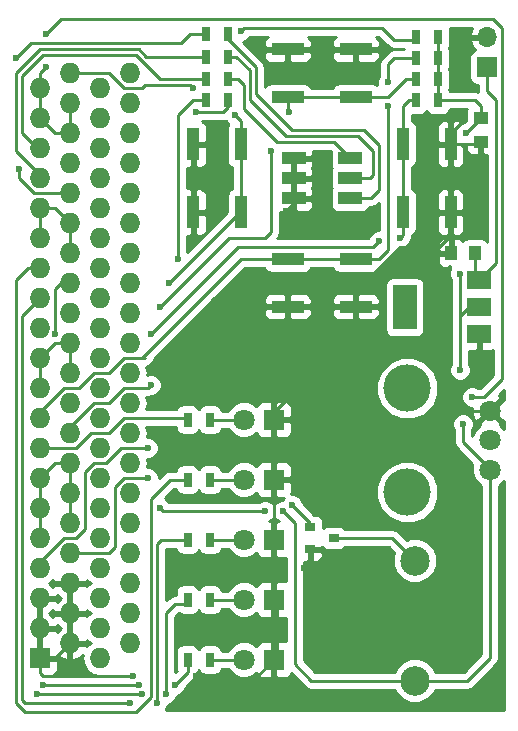
<source format=gbr>
G04 #@! TF.FileFunction,Copper,L1,Top,Signal*
%FSLAX46Y46*%
G04 Gerber Fmt 4.6, Leading zero omitted, Abs format (unit mm)*
G04 Created by KiCad (PCBNEW 4.0.6) date 2017 August 12, Saturday 19:45:09*
%MOMM*%
%LPD*%
G01*
G04 APERTURE LIST*
%ADD10C,0.100000*%
%ADD11C,2.499360*%
%ADD12R,1.000000X1.250000*%
%ADD13R,1.250000X1.000000*%
%ADD14R,1.800000X1.800000*%
%ADD15C,1.800000*%
%ADD16R,2.000000X1.100000*%
%ADD17O,1.727200X1.727200*%
%ADD18R,1.727200X1.727200*%
%ADD19R,1.700000X1.700000*%
%ADD20O,1.700000X1.700000*%
%ADD21R,0.700000X1.300000*%
%ADD22C,4.000000*%
%ADD23R,2.750000X1.000000*%
%ADD24R,1.000000X2.750000*%
%ADD25R,0.900000X0.800000*%
%ADD26R,2.000000X3.800000*%
%ADD27R,2.000000X1.500000*%
%ADD28C,0.600000*%
%ADD29C,0.250000*%
%ADD30C,0.254000*%
G04 APERTURE END LIST*
D10*
D11*
X78740000Y-114935000D03*
X78740000Y-125095000D03*
D12*
X83804000Y-88900000D03*
X81804000Y-88900000D03*
D13*
X84328000Y-77486000D03*
X84328000Y-79486000D03*
D14*
X66802000Y-102997000D03*
D15*
X64262000Y-102997000D03*
D14*
X66802000Y-118237000D03*
D15*
X64262000Y-118237000D03*
D14*
X66802000Y-113157000D03*
D15*
X64262000Y-113157000D03*
D14*
X66802000Y-123317000D03*
D15*
X64262000Y-123317000D03*
D14*
X66802000Y-108077000D03*
D15*
X64262000Y-108077000D03*
D16*
X68466000Y-80850000D03*
X68466000Y-82550000D03*
X68466000Y-84250000D03*
X73266000Y-84250000D03*
X73266000Y-82550000D03*
X73266000Y-80850000D03*
D17*
X54610000Y-73660000D03*
X52070000Y-74930000D03*
X54610000Y-76200000D03*
X52070000Y-77470000D03*
X54610000Y-78740000D03*
X52070000Y-80010000D03*
X54610000Y-81280000D03*
X52070000Y-82550000D03*
X54610000Y-83820000D03*
X52070000Y-85090000D03*
X54610000Y-86360000D03*
X52070000Y-87630000D03*
X54610000Y-88900000D03*
X52070000Y-90170000D03*
X54610000Y-91440000D03*
X52070000Y-92710000D03*
X54610000Y-93980000D03*
X52070000Y-95250000D03*
X49530000Y-96520000D03*
X49530000Y-93980000D03*
X49530000Y-91440000D03*
X49530000Y-88900000D03*
X49530000Y-86360000D03*
X49530000Y-83820000D03*
X49530000Y-81280000D03*
X49530000Y-78740000D03*
X49530000Y-76200000D03*
X49530000Y-73660000D03*
X46990000Y-95250000D03*
X46990000Y-92710000D03*
X46990000Y-90170000D03*
X46990000Y-87630000D03*
X46990000Y-85090000D03*
X46990000Y-82550000D03*
X46990000Y-80010000D03*
X46990000Y-77470000D03*
X46990000Y-74930000D03*
X54610000Y-96520000D03*
X54610000Y-121920000D03*
X52070000Y-123190000D03*
X46990000Y-97790000D03*
X46990000Y-100330000D03*
X46990000Y-102870000D03*
X46990000Y-105410000D03*
X46990000Y-107950000D03*
X46990000Y-110490000D03*
X46990000Y-113030000D03*
X46990000Y-115570000D03*
X46990000Y-118110000D03*
X46990000Y-120650000D03*
X49530000Y-99060000D03*
X49530000Y-101600000D03*
X49530000Y-104140000D03*
X49530000Y-106680000D03*
X49530000Y-109220000D03*
X49530000Y-111760000D03*
X49530000Y-114300000D03*
X49530000Y-116840000D03*
X49530000Y-119380000D03*
X49530000Y-121920000D03*
D18*
X46990000Y-123190000D03*
D17*
X52070000Y-120650000D03*
X54610000Y-119380000D03*
X52070000Y-118110000D03*
X54610000Y-116840000D03*
X52070000Y-115570000D03*
X54610000Y-114300000D03*
X52070000Y-113030000D03*
X54610000Y-111760000D03*
X52070000Y-110490000D03*
X54610000Y-109220000D03*
X52070000Y-107950000D03*
X54610000Y-106680000D03*
X52070000Y-105410000D03*
X54610000Y-104140000D03*
X52070000Y-102870000D03*
X54610000Y-101600000D03*
X52070000Y-100330000D03*
X54610000Y-99060000D03*
X52070000Y-97790000D03*
D19*
X84836000Y-73152000D03*
D20*
X84836000Y-70612000D03*
D21*
X61402000Y-102997000D03*
X59502000Y-102997000D03*
X61402000Y-118237000D03*
X59502000Y-118237000D03*
X61402000Y-113157000D03*
X59502000Y-113157000D03*
X61402000Y-123317000D03*
X59502000Y-123317000D03*
X61402000Y-108077000D03*
X59502000Y-108077000D03*
X62926000Y-70358000D03*
X61026000Y-70358000D03*
X62926000Y-72263000D03*
X61026000Y-72263000D03*
X62926000Y-74168000D03*
X61026000Y-74168000D03*
X61026000Y-75946000D03*
X62926000Y-75946000D03*
X80706000Y-74168000D03*
X78806000Y-74168000D03*
X80706000Y-70612000D03*
X78806000Y-70612000D03*
X80706000Y-75946000D03*
X78806000Y-75946000D03*
X80706000Y-72390000D03*
X78806000Y-72390000D03*
D15*
X85090000Y-107235000D03*
X85090000Y-104735000D03*
X85090000Y-102235000D03*
D22*
X78090000Y-109135000D03*
X78090000Y-100335000D03*
D23*
X67986000Y-75660000D03*
X73746000Y-75660000D03*
X73746000Y-71660000D03*
X67986000Y-71660000D03*
D24*
X63976000Y-85430000D03*
X63976000Y-79670000D03*
X59976000Y-79670000D03*
X59976000Y-85430000D03*
X77756000Y-79670000D03*
X77756000Y-85430000D03*
X81756000Y-85430000D03*
X81756000Y-79670000D03*
D23*
X73746000Y-89440000D03*
X67986000Y-89440000D03*
X67986000Y-93440000D03*
X73746000Y-93440000D03*
D25*
X69866000Y-112080000D03*
X69866000Y-113980000D03*
X71866000Y-113030000D03*
D26*
X77876000Y-93472000D03*
D27*
X84176000Y-93472000D03*
X84176000Y-91172000D03*
X84176000Y-95772000D03*
D28*
X82550000Y-90678000D03*
X83058000Y-78740000D03*
X82804000Y-103378000D03*
X82550000Y-98806000D03*
X67564000Y-110744000D03*
X66040000Y-110744000D03*
X57150000Y-110490000D03*
X69342000Y-115570000D03*
X60198000Y-124714000D03*
X54864000Y-124714000D03*
X82804000Y-77724000D03*
X76200000Y-71628000D03*
X65786000Y-71882000D03*
X67818000Y-85344000D03*
X61976000Y-85344000D03*
X48260000Y-95758000D03*
X47244000Y-125476000D03*
X55372000Y-125476000D03*
X58420000Y-125476000D03*
X44958000Y-72390000D03*
X45212000Y-81788000D03*
X47498000Y-73152000D03*
X47498000Y-70358000D03*
X83566000Y-101092000D03*
X60198000Y-76962000D03*
X59944000Y-74930000D03*
X46736000Y-126238000D03*
X55626000Y-126238000D03*
X57658000Y-126238000D03*
X56896000Y-127000000D03*
X54610000Y-127000000D03*
X76454000Y-74422000D03*
X76454000Y-76454000D03*
X56134000Y-105410000D03*
X68072000Y-76962000D03*
X66548000Y-80264000D03*
X57150000Y-93472000D03*
X77470000Y-87630000D03*
X75692000Y-87884000D03*
X56388000Y-95758000D03*
X56388000Y-100076000D03*
X57912000Y-91440000D03*
X56134000Y-107950000D03*
X63500000Y-77216000D03*
X64008000Y-70104000D03*
X68326000Y-110236000D03*
X58674000Y-89408000D03*
D29*
X71866000Y-113030000D02*
X76835000Y-113030000D01*
X76835000Y-113030000D02*
X78740000Y-114935000D01*
X80706000Y-70612000D02*
X80706000Y-72390000D01*
X82296000Y-75946000D02*
X83820000Y-75946000D01*
X84328000Y-76454000D02*
X84328000Y-77486000D01*
X83820000Y-75946000D02*
X84328000Y-76454000D01*
X82550000Y-94234000D02*
X82550000Y-90678000D01*
X83058000Y-78740000D02*
X83312000Y-78486000D01*
X83312000Y-78486000D02*
X83328000Y-78486000D01*
X83328000Y-78486000D02*
X84328000Y-77486000D01*
X84328000Y-77486000D02*
X84090000Y-77486000D01*
X82550000Y-75946000D02*
X82296000Y-75946000D01*
X82296000Y-75946000D02*
X80706000Y-75946000D01*
X85090000Y-107235000D02*
X85090000Y-107188000D01*
X85090000Y-107188000D02*
X82804000Y-104902000D01*
X82804000Y-104902000D02*
X82804000Y-103378000D01*
X82550000Y-98806000D02*
X82550000Y-94234000D01*
X82550000Y-94234000D02*
X83312000Y-93472000D01*
X83312000Y-93472000D02*
X84176000Y-93472000D01*
X69977000Y-125095000D02*
X78740000Y-125095000D01*
X68580000Y-123698000D02*
X69977000Y-125095000D01*
X68580000Y-111760000D02*
X68580000Y-123698000D01*
X67564000Y-110744000D02*
X68580000Y-111760000D01*
X57404000Y-110744000D02*
X66040000Y-110744000D01*
X57150000Y-110490000D02*
X57404000Y-110744000D01*
X85090000Y-107235000D02*
X85090000Y-123190000D01*
X83185000Y-125095000D02*
X78740000Y-125095000D01*
X85090000Y-123190000D02*
X83185000Y-125095000D01*
X80706000Y-74168000D02*
X80706000Y-75946000D01*
X80706000Y-70612000D02*
X80706000Y-75946000D01*
X46990000Y-107950000D02*
X46990000Y-110490000D01*
X49530000Y-111760000D02*
X49530000Y-109220000D01*
X46990000Y-113030000D02*
X46990000Y-107950000D01*
X46990000Y-107950000D02*
X48260000Y-106680000D01*
X48260000Y-106680000D02*
X49530000Y-106680000D01*
X49530000Y-106680000D02*
X49530000Y-111760000D01*
X83804000Y-88900000D02*
X83804000Y-90800000D01*
X83804000Y-90800000D02*
X84176000Y-91172000D01*
X84836000Y-73152000D02*
X84836000Y-75184000D01*
X85598000Y-89750000D02*
X84176000Y-91172000D01*
X85598000Y-75946000D02*
X85598000Y-89750000D01*
X84836000Y-75184000D02*
X85598000Y-75946000D01*
X69866000Y-113980000D02*
X69866000Y-115046000D01*
X69866000Y-115046000D02*
X69342000Y-115570000D01*
X81756000Y-79670000D02*
X84144000Y-79670000D01*
X84144000Y-79670000D02*
X84328000Y-79486000D01*
X84176000Y-95772000D02*
X84176000Y-98704000D01*
X84176000Y-98704000D02*
X80518000Y-102362000D01*
X81804000Y-88900000D02*
X81804000Y-87456000D01*
X81804000Y-87456000D02*
X81756000Y-87408000D01*
X46990000Y-123190000D02*
X46990000Y-124460000D01*
X64897000Y-125222000D02*
X66802000Y-123317000D01*
X60706000Y-125222000D02*
X64897000Y-125222000D01*
X60198000Y-124714000D02*
X60706000Y-125222000D01*
X47244000Y-124714000D02*
X54864000Y-124714000D01*
X46990000Y-124460000D02*
X47244000Y-124714000D01*
X85090000Y-102235000D02*
X80645000Y-102235000D01*
X79883000Y-102997000D02*
X66802000Y-102997000D01*
X80645000Y-102235000D02*
X80518000Y-102362000D01*
X80518000Y-102362000D02*
X79883000Y-102997000D01*
X73746000Y-93440000D02*
X73746000Y-92116000D01*
X81756000Y-87408000D02*
X81756000Y-85430000D01*
X80772000Y-88392000D02*
X81756000Y-87408000D01*
X77470000Y-88392000D02*
X80772000Y-88392000D01*
X73746000Y-92116000D02*
X77470000Y-88392000D01*
X66802000Y-102997000D02*
X66802000Y-102362000D01*
X66802000Y-102362000D02*
X67986000Y-101178000D01*
X67986000Y-101178000D02*
X67986000Y-93440000D01*
X68466000Y-80850000D02*
X68466000Y-84250000D01*
X73746000Y-71660000D02*
X76168000Y-71660000D01*
X82804000Y-77724000D02*
X81756000Y-78772000D01*
X76168000Y-71660000D02*
X76200000Y-71628000D01*
X81756000Y-78772000D02*
X81756000Y-79670000D01*
X66008000Y-71660000D02*
X67986000Y-71660000D01*
X65786000Y-71882000D02*
X66008000Y-71660000D01*
X59976000Y-85430000D02*
X61890000Y-85430000D01*
X67818000Y-85344000D02*
X68466000Y-84696000D01*
X61890000Y-85430000D02*
X61976000Y-85344000D01*
X68466000Y-84696000D02*
X68466000Y-84250000D01*
X67986000Y-93440000D02*
X73746000Y-93440000D01*
X81756000Y-79670000D02*
X81756000Y-85430000D01*
X67986000Y-71660000D02*
X73746000Y-71660000D01*
X59976000Y-79670000D02*
X59976000Y-85430000D01*
X66802000Y-102997000D02*
X66802000Y-108077000D01*
X66802000Y-108077000D02*
X66802000Y-113157000D01*
X66802000Y-113157000D02*
X66802000Y-118237000D01*
X66802000Y-118237000D02*
X67056000Y-118491000D01*
X67056000Y-118491000D02*
X67056000Y-123063000D01*
X67056000Y-123063000D02*
X66802000Y-123317000D01*
X49530000Y-116840000D02*
X49530000Y-119380000D01*
X49530000Y-119380000D02*
X49530000Y-121920000D01*
X49530000Y-121920000D02*
X48260000Y-123190000D01*
X48260000Y-123190000D02*
X46990000Y-123190000D01*
X46990000Y-123190000D02*
X46990000Y-120650000D01*
X46990000Y-120650000D02*
X46990000Y-118110000D01*
X61402000Y-102997000D02*
X64262000Y-102997000D01*
X61402000Y-118237000D02*
X64262000Y-118237000D01*
X61402000Y-113157000D02*
X64262000Y-113157000D01*
X61402000Y-123317000D02*
X64262000Y-123317000D01*
X61402000Y-108077000D02*
X64262000Y-108077000D01*
X62926000Y-70358000D02*
X62926000Y-70800000D01*
X62926000Y-70800000D02*
X65278000Y-73152000D01*
X65278000Y-73152000D02*
X65278000Y-75438000D01*
X65278000Y-75438000D02*
X68326000Y-78486000D01*
X68326000Y-78486000D02*
X74422000Y-78486000D01*
X74422000Y-78486000D02*
X75692000Y-79756000D01*
X75692000Y-79756000D02*
X75692000Y-83566000D01*
X75692000Y-83566000D02*
X75008000Y-84250000D01*
X75008000Y-84250000D02*
X73266000Y-84250000D01*
X62926000Y-72263000D02*
X63627000Y-72263000D01*
X74930000Y-82550000D02*
X73266000Y-82550000D01*
X75184000Y-82296000D02*
X74930000Y-82550000D01*
X75184000Y-80264000D02*
X75184000Y-82296000D01*
X73914000Y-78994000D02*
X75184000Y-80264000D01*
X67818000Y-78994000D02*
X73914000Y-78994000D01*
X64770000Y-75946000D02*
X67818000Y-78994000D01*
X64770000Y-73406000D02*
X64770000Y-75946000D01*
X63627000Y-72263000D02*
X64770000Y-73406000D01*
X62926000Y-74168000D02*
X63754000Y-74168000D01*
X71918000Y-79502000D02*
X73266000Y-80850000D01*
X67056000Y-79502000D02*
X71918000Y-79502000D01*
X64262000Y-76708000D02*
X67056000Y-79502000D01*
X64262000Y-74676000D02*
X64262000Y-76708000D01*
X63754000Y-74168000D02*
X64262000Y-74676000D01*
X46990000Y-100330000D02*
X46990000Y-97790000D01*
X46990000Y-97790000D02*
X48260000Y-96520000D01*
X48260000Y-96520000D02*
X49530000Y-96520000D01*
X49530000Y-96520000D02*
X49530000Y-99060000D01*
X49530000Y-91440000D02*
X48768000Y-91440000D01*
X48768000Y-91440000D02*
X48260000Y-91948000D01*
X48260000Y-91948000D02*
X48260000Y-95758000D01*
X47244000Y-125476000D02*
X55372000Y-125476000D01*
X58420000Y-125476000D02*
X59502000Y-124394000D01*
X59502000Y-124394000D02*
X59502000Y-123317000D01*
X49530000Y-88900000D02*
X49530000Y-86360000D01*
X49530000Y-86360000D02*
X48260000Y-85090000D01*
X48260000Y-85090000D02*
X46990000Y-85090000D01*
X46990000Y-85090000D02*
X46990000Y-87630000D01*
X49530000Y-83820000D02*
X46482000Y-83820000D01*
X59690000Y-70358000D02*
X61026000Y-70358000D01*
X58928000Y-71120000D02*
X59690000Y-70358000D01*
X46228000Y-71120000D02*
X58928000Y-71120000D01*
X44958000Y-72390000D02*
X46228000Y-71120000D01*
X45212000Y-82550000D02*
X45212000Y-81788000D01*
X46482000Y-83820000D02*
X45212000Y-82550000D01*
X82042000Y-69088000D02*
X85344000Y-69088000D01*
X86106000Y-69850000D02*
X86106000Y-73152000D01*
X85344000Y-69088000D02*
X86106000Y-69850000D01*
X46990000Y-73660000D02*
X47498000Y-73152000D01*
X47498000Y-70358000D02*
X48768000Y-69088000D01*
X48768000Y-69088000D02*
X82042000Y-69088000D01*
X82042000Y-69088000D02*
X82296000Y-69088000D01*
X86106000Y-73152000D02*
X86106000Y-99568000D01*
X86106000Y-99568000D02*
X84582000Y-101092000D01*
X84582000Y-101092000D02*
X83566000Y-101092000D01*
X46990000Y-73660000D02*
X46990000Y-74930000D01*
X86106000Y-72898000D02*
X86106000Y-73152000D01*
X46990000Y-74930000D02*
X46990000Y-77470000D01*
X46990000Y-77470000D02*
X48260000Y-78740000D01*
X48260000Y-78740000D02*
X49530000Y-78740000D01*
X49530000Y-78740000D02*
X49530000Y-76200000D01*
X62926000Y-75946000D02*
X62926000Y-76520000D01*
X62926000Y-76520000D02*
X62484000Y-76962000D01*
X62484000Y-76962000D02*
X60198000Y-76962000D01*
X59944000Y-74930000D02*
X59690000Y-74676000D01*
X59690000Y-74676000D02*
X55880000Y-74676000D01*
X55880000Y-74676000D02*
X55626000Y-74930000D01*
X55626000Y-74930000D02*
X54102000Y-74930000D01*
X54102000Y-74930000D02*
X52832000Y-73660000D01*
X52832000Y-73660000D02*
X49530000Y-73660000D01*
X46736000Y-126238000D02*
X55626000Y-126238000D01*
X57658000Y-126238000D02*
X57658000Y-119380000D01*
X57658000Y-119380000D02*
X58420000Y-118618000D01*
X58420000Y-118618000D02*
X59121000Y-118618000D01*
X59121000Y-118618000D02*
X59502000Y-118237000D01*
X46990000Y-92710000D02*
X45466000Y-94234000D01*
X57277000Y-113157000D02*
X59502000Y-113157000D01*
X56896000Y-113538000D02*
X57277000Y-113157000D01*
X56896000Y-115570000D02*
X56896000Y-113538000D01*
X56896000Y-127000000D02*
X56896000Y-115570000D01*
X45720000Y-127000000D02*
X54610000Y-127000000D01*
X45466000Y-126746000D02*
X45720000Y-127000000D01*
X45466000Y-94234000D02*
X45466000Y-126746000D01*
X46990000Y-90170000D02*
X45974000Y-90170000D01*
X58039000Y-108077000D02*
X59502000Y-108077000D01*
X56388000Y-109728000D02*
X58039000Y-108077000D01*
X56388000Y-126492000D02*
X56388000Y-109728000D01*
X55118000Y-127762000D02*
X56388000Y-126492000D01*
X45720000Y-127762000D02*
X55118000Y-127762000D01*
X44958000Y-127000000D02*
X45720000Y-127762000D01*
X44958000Y-91186000D02*
X44958000Y-127000000D01*
X45974000Y-90170000D02*
X44958000Y-91186000D01*
X46990000Y-82550000D02*
X46990000Y-82296000D01*
X46990000Y-82296000D02*
X44958000Y-80264000D01*
X44958000Y-80264000D02*
X44958000Y-73660000D01*
X44958000Y-73660000D02*
X46990000Y-71628000D01*
X46990000Y-71628000D02*
X55372000Y-71628000D01*
X55372000Y-71628000D02*
X56007000Y-72263000D01*
X56007000Y-72263000D02*
X61026000Y-72263000D01*
X46990000Y-80010000D02*
X46736000Y-80010000D01*
X46736000Y-80010000D02*
X45466000Y-78740000D01*
X45466000Y-78740000D02*
X45466000Y-73914000D01*
X45466000Y-73914000D02*
X47244000Y-72136000D01*
X47244000Y-72136000D02*
X55118000Y-72136000D01*
X55118000Y-72136000D02*
X57150000Y-74168000D01*
X57150000Y-74168000D02*
X61026000Y-74168000D01*
X55626000Y-97790000D02*
X63500000Y-89916000D01*
X64008000Y-89408000D02*
X67954000Y-89408000D01*
X63500000Y-89916000D02*
X64008000Y-89408000D01*
X67954000Y-89408000D02*
X67986000Y-89440000D01*
X46990000Y-102870000D02*
X46990000Y-102362000D01*
X46990000Y-102362000D02*
X49022000Y-100330000D01*
X49022000Y-100330000D02*
X50292000Y-100330000D01*
X50292000Y-100330000D02*
X51562000Y-99060000D01*
X51562000Y-99060000D02*
X52832000Y-99060000D01*
X52832000Y-99060000D02*
X54102000Y-97790000D01*
X54102000Y-97790000D02*
X55626000Y-97790000D01*
X55626000Y-97790000D02*
X55880000Y-97790000D01*
X76454000Y-76962000D02*
X76454000Y-76454000D01*
X75660000Y-89440000D02*
X76454000Y-88646000D01*
X76454000Y-88646000D02*
X76454000Y-76962000D01*
X73746000Y-89440000D02*
X75660000Y-89440000D01*
X76962000Y-72390000D02*
X78806000Y-72390000D01*
X76454000Y-72898000D02*
X76962000Y-72390000D01*
X76454000Y-74422000D02*
X76454000Y-72898000D01*
X67986000Y-89440000D02*
X73746000Y-89440000D01*
X46990000Y-105410000D02*
X50038000Y-105410000D01*
X54102000Y-102870000D02*
X59375000Y-102870000D01*
X52832000Y-104140000D02*
X54102000Y-102870000D01*
X51308000Y-104140000D02*
X52832000Y-104140000D01*
X50038000Y-105410000D02*
X51308000Y-104140000D01*
X59375000Y-102870000D02*
X59502000Y-102997000D01*
X55880000Y-105410000D02*
X56134000Y-105410000D01*
X67986000Y-76876000D02*
X67986000Y-75660000D01*
X68072000Y-76962000D02*
X67986000Y-76876000D01*
X66548000Y-87122000D02*
X66548000Y-80264000D01*
X66040000Y-87630000D02*
X66548000Y-87122000D01*
X62992000Y-87630000D02*
X66040000Y-87630000D01*
X57150000Y-93472000D02*
X62992000Y-87630000D01*
X46990000Y-115570000D02*
X46990000Y-115062000D01*
X46990000Y-115062000D02*
X49022000Y-113030000D01*
X49022000Y-113030000D02*
X50038000Y-113030000D01*
X50038000Y-113030000D02*
X50800000Y-112268000D01*
X50800000Y-112268000D02*
X50800000Y-107442000D01*
X50800000Y-107442000D02*
X51562000Y-106680000D01*
X51562000Y-106680000D02*
X52578000Y-106680000D01*
X52578000Y-106680000D02*
X53848000Y-105410000D01*
X53848000Y-105410000D02*
X55880000Y-105410000D01*
X73746000Y-75660000D02*
X76486000Y-75660000D01*
X77978000Y-74168000D02*
X78806000Y-74168000D01*
X76486000Y-75660000D02*
X77978000Y-74168000D01*
X67986000Y-75660000D02*
X73746000Y-75660000D01*
X55880000Y-100330000D02*
X56134000Y-100330000D01*
X54102000Y-100330000D02*
X55880000Y-100330000D01*
X52832000Y-101600000D02*
X54102000Y-100330000D01*
X51562000Y-101600000D02*
X52832000Y-101600000D01*
X49530000Y-103632000D02*
X51562000Y-101600000D01*
X77756000Y-87344000D02*
X77756000Y-85430000D01*
X77470000Y-87630000D02*
X77756000Y-87344000D01*
X75184000Y-88392000D02*
X75692000Y-87884000D01*
X63754000Y-88392000D02*
X75184000Y-88392000D01*
X56388000Y-95758000D02*
X63754000Y-88392000D01*
X56134000Y-100330000D02*
X56388000Y-100076000D01*
X49530000Y-104140000D02*
X49530000Y-103632000D01*
X77756000Y-79670000D02*
X77756000Y-76422000D01*
X78232000Y-75946000D02*
X78806000Y-75946000D01*
X77756000Y-76422000D02*
X78232000Y-75946000D01*
X77756000Y-79670000D02*
X77756000Y-85430000D01*
X55880000Y-107950000D02*
X56134000Y-107950000D01*
X52832000Y-114300000D02*
X53340000Y-113792000D01*
X53340000Y-113792000D02*
X53340000Y-108712000D01*
X53340000Y-108712000D02*
X54102000Y-107950000D01*
X54102000Y-107950000D02*
X55880000Y-107950000D01*
X49530000Y-114300000D02*
X52832000Y-114300000D01*
X57912000Y-91440000D02*
X63922000Y-85430000D01*
X63922000Y-85430000D02*
X63976000Y-85430000D01*
X78552000Y-70866000D02*
X76962000Y-70866000D01*
X63976000Y-77692000D02*
X63500000Y-77216000D01*
X64008000Y-70104000D02*
X64262000Y-69850000D01*
X64262000Y-69850000D02*
X75946000Y-69850000D01*
X75946000Y-69850000D02*
X76962000Y-70866000D01*
X63976000Y-77692000D02*
X63976000Y-79670000D01*
X78552000Y-70866000D02*
X78806000Y-70612000D01*
X63976000Y-79670000D02*
X63976000Y-85430000D01*
X69866000Y-112080000D02*
X69866000Y-111776000D01*
X69866000Y-111776000D02*
X68326000Y-110236000D01*
X58674000Y-89408000D02*
X58674000Y-77216000D01*
X58674000Y-77216000D02*
X59944000Y-75946000D01*
X59944000Y-75946000D02*
X61026000Y-75946000D01*
D30*
G36*
X86285000Y-127560000D02*
X57658467Y-127560000D01*
X57688192Y-127530327D01*
X57830838Y-127186799D01*
X57830850Y-127173151D01*
X57843167Y-127173162D01*
X58186943Y-127031117D01*
X58450192Y-126768327D01*
X58592838Y-126424799D01*
X58592850Y-126411151D01*
X58605167Y-126411162D01*
X58948943Y-126269117D01*
X59212192Y-126006327D01*
X59354838Y-125662799D01*
X59354879Y-125615923D01*
X60039401Y-124931401D01*
X60204148Y-124684839D01*
X60247456Y-124467115D01*
X60303441Y-124431090D01*
X60448431Y-124218890D01*
X60451081Y-124205803D01*
X60587910Y-124418441D01*
X60800110Y-124563431D01*
X61052000Y-124614440D01*
X61752000Y-124614440D01*
X61987317Y-124570162D01*
X62203441Y-124431090D01*
X62348431Y-124218890D01*
X62377164Y-124077000D01*
X62915154Y-124077000D01*
X62959932Y-124185371D01*
X63391357Y-124617551D01*
X63955330Y-124851733D01*
X64565991Y-124852265D01*
X65130371Y-124619068D01*
X65307841Y-124441908D01*
X65363673Y-124576699D01*
X65542302Y-124755327D01*
X65775691Y-124852000D01*
X66516250Y-124852000D01*
X66675000Y-124693250D01*
X66675000Y-123444000D01*
X66655000Y-123444000D01*
X66655000Y-123190000D01*
X66675000Y-123190000D01*
X66675000Y-121940750D01*
X66516250Y-121782000D01*
X65775691Y-121782000D01*
X65542302Y-121878673D01*
X65363673Y-122057301D01*
X65307881Y-122191994D01*
X65132643Y-122016449D01*
X64568670Y-121782267D01*
X63958009Y-121781735D01*
X63393629Y-122014932D01*
X62961449Y-122446357D01*
X62915506Y-122557000D01*
X62378742Y-122557000D01*
X62355162Y-122431683D01*
X62216090Y-122215559D01*
X62003890Y-122070569D01*
X61752000Y-122019560D01*
X61052000Y-122019560D01*
X60816683Y-122063838D01*
X60600559Y-122202910D01*
X60455569Y-122415110D01*
X60452919Y-122428197D01*
X60316090Y-122215559D01*
X60103890Y-122070569D01*
X59852000Y-122019560D01*
X59152000Y-122019560D01*
X58916683Y-122063838D01*
X58700559Y-122202910D01*
X58555569Y-122415110D01*
X58504560Y-122667000D01*
X58504560Y-123967000D01*
X58548838Y-124202317D01*
X58576262Y-124244936D01*
X58418000Y-124403198D01*
X58418000Y-119694802D01*
X58734802Y-119378000D01*
X58745807Y-119378000D01*
X58900110Y-119483431D01*
X59152000Y-119534440D01*
X59852000Y-119534440D01*
X60087317Y-119490162D01*
X60303441Y-119351090D01*
X60448431Y-119138890D01*
X60451081Y-119125803D01*
X60587910Y-119338441D01*
X60800110Y-119483431D01*
X61052000Y-119534440D01*
X61752000Y-119534440D01*
X61987317Y-119490162D01*
X62203441Y-119351090D01*
X62348431Y-119138890D01*
X62377164Y-118997000D01*
X62915154Y-118997000D01*
X62959932Y-119105371D01*
X63391357Y-119537551D01*
X63955330Y-119771733D01*
X64565991Y-119772265D01*
X65130371Y-119539068D01*
X65307841Y-119361908D01*
X65363673Y-119496699D01*
X65542302Y-119675327D01*
X65775691Y-119772000D01*
X66516250Y-119772000D01*
X66675000Y-119613250D01*
X66675000Y-118364000D01*
X66655000Y-118364000D01*
X66655000Y-118110000D01*
X66675000Y-118110000D01*
X66675000Y-116860750D01*
X66516250Y-116702000D01*
X65775691Y-116702000D01*
X65542302Y-116798673D01*
X65363673Y-116977301D01*
X65307881Y-117111994D01*
X65132643Y-116936449D01*
X64568670Y-116702267D01*
X63958009Y-116701735D01*
X63393629Y-116934932D01*
X62961449Y-117366357D01*
X62915506Y-117477000D01*
X62378742Y-117477000D01*
X62355162Y-117351683D01*
X62216090Y-117135559D01*
X62003890Y-116990569D01*
X61752000Y-116939560D01*
X61052000Y-116939560D01*
X60816683Y-116983838D01*
X60600559Y-117122910D01*
X60455569Y-117335110D01*
X60452919Y-117348197D01*
X60316090Y-117135559D01*
X60103890Y-116990569D01*
X59852000Y-116939560D01*
X59152000Y-116939560D01*
X58916683Y-116983838D01*
X58700559Y-117122910D01*
X58555569Y-117335110D01*
X58504560Y-117587000D01*
X58504560Y-117858000D01*
X58420000Y-117858000D01*
X58129161Y-117915852D01*
X57882599Y-118080599D01*
X57656000Y-118307198D01*
X57656000Y-113917000D01*
X58525258Y-113917000D01*
X58548838Y-114042317D01*
X58687910Y-114258441D01*
X58900110Y-114403431D01*
X59152000Y-114454440D01*
X59852000Y-114454440D01*
X60087317Y-114410162D01*
X60303441Y-114271090D01*
X60448431Y-114058890D01*
X60451081Y-114045803D01*
X60587910Y-114258441D01*
X60800110Y-114403431D01*
X61052000Y-114454440D01*
X61752000Y-114454440D01*
X61987317Y-114410162D01*
X62203441Y-114271090D01*
X62348431Y-114058890D01*
X62377164Y-113917000D01*
X62915154Y-113917000D01*
X62959932Y-114025371D01*
X63391357Y-114457551D01*
X63955330Y-114691733D01*
X64565991Y-114692265D01*
X65130371Y-114459068D01*
X65307841Y-114281908D01*
X65363673Y-114416699D01*
X65542302Y-114595327D01*
X65775691Y-114692000D01*
X66516250Y-114692000D01*
X66675000Y-114533250D01*
X66675000Y-113284000D01*
X66655000Y-113284000D01*
X66655000Y-113030000D01*
X66675000Y-113030000D01*
X66675000Y-111780750D01*
X66516250Y-111622000D01*
X66363510Y-111622000D01*
X66568943Y-111537117D01*
X66802176Y-111304291D01*
X67033673Y-111536192D01*
X67240321Y-111622000D01*
X67087750Y-111622000D01*
X66929000Y-111780750D01*
X66929000Y-113030000D01*
X66949000Y-113030000D01*
X66949000Y-113284000D01*
X66929000Y-113284000D01*
X66929000Y-114533250D01*
X67087750Y-114692000D01*
X67820000Y-114692000D01*
X67820000Y-116702000D01*
X67087750Y-116702000D01*
X66929000Y-116860750D01*
X66929000Y-118110000D01*
X66949000Y-118110000D01*
X66949000Y-118364000D01*
X66929000Y-118364000D01*
X66929000Y-119613250D01*
X67087750Y-119772000D01*
X67820000Y-119772000D01*
X67820000Y-121782000D01*
X67087750Y-121782000D01*
X66929000Y-121940750D01*
X66929000Y-123190000D01*
X66949000Y-123190000D01*
X66949000Y-123444000D01*
X66929000Y-123444000D01*
X66929000Y-124693250D01*
X67087750Y-124852000D01*
X67828309Y-124852000D01*
X68061698Y-124755327D01*
X68240327Y-124576699D01*
X68282378Y-124475180D01*
X69439599Y-125632401D01*
X69686160Y-125797148D01*
X69977000Y-125855000D01*
X77014799Y-125855000D01*
X77141314Y-126161191D01*
X77671021Y-126691822D01*
X78363469Y-126979352D01*
X79113241Y-126980006D01*
X79806191Y-126693686D01*
X80336822Y-126163979D01*
X80465121Y-125855000D01*
X83185000Y-125855000D01*
X83475839Y-125797148D01*
X83722401Y-125632401D01*
X85627401Y-123727401D01*
X85792148Y-123480839D01*
X85850000Y-123190000D01*
X85850000Y-108581846D01*
X85958371Y-108537068D01*
X86285000Y-108211010D01*
X86285000Y-127560000D01*
X86285000Y-127560000D01*
G37*
X86285000Y-127560000D02*
X57658467Y-127560000D01*
X57688192Y-127530327D01*
X57830838Y-127186799D01*
X57830850Y-127173151D01*
X57843167Y-127173162D01*
X58186943Y-127031117D01*
X58450192Y-126768327D01*
X58592838Y-126424799D01*
X58592850Y-126411151D01*
X58605167Y-126411162D01*
X58948943Y-126269117D01*
X59212192Y-126006327D01*
X59354838Y-125662799D01*
X59354879Y-125615923D01*
X60039401Y-124931401D01*
X60204148Y-124684839D01*
X60247456Y-124467115D01*
X60303441Y-124431090D01*
X60448431Y-124218890D01*
X60451081Y-124205803D01*
X60587910Y-124418441D01*
X60800110Y-124563431D01*
X61052000Y-124614440D01*
X61752000Y-124614440D01*
X61987317Y-124570162D01*
X62203441Y-124431090D01*
X62348431Y-124218890D01*
X62377164Y-124077000D01*
X62915154Y-124077000D01*
X62959932Y-124185371D01*
X63391357Y-124617551D01*
X63955330Y-124851733D01*
X64565991Y-124852265D01*
X65130371Y-124619068D01*
X65307841Y-124441908D01*
X65363673Y-124576699D01*
X65542302Y-124755327D01*
X65775691Y-124852000D01*
X66516250Y-124852000D01*
X66675000Y-124693250D01*
X66675000Y-123444000D01*
X66655000Y-123444000D01*
X66655000Y-123190000D01*
X66675000Y-123190000D01*
X66675000Y-121940750D01*
X66516250Y-121782000D01*
X65775691Y-121782000D01*
X65542302Y-121878673D01*
X65363673Y-122057301D01*
X65307881Y-122191994D01*
X65132643Y-122016449D01*
X64568670Y-121782267D01*
X63958009Y-121781735D01*
X63393629Y-122014932D01*
X62961449Y-122446357D01*
X62915506Y-122557000D01*
X62378742Y-122557000D01*
X62355162Y-122431683D01*
X62216090Y-122215559D01*
X62003890Y-122070569D01*
X61752000Y-122019560D01*
X61052000Y-122019560D01*
X60816683Y-122063838D01*
X60600559Y-122202910D01*
X60455569Y-122415110D01*
X60452919Y-122428197D01*
X60316090Y-122215559D01*
X60103890Y-122070569D01*
X59852000Y-122019560D01*
X59152000Y-122019560D01*
X58916683Y-122063838D01*
X58700559Y-122202910D01*
X58555569Y-122415110D01*
X58504560Y-122667000D01*
X58504560Y-123967000D01*
X58548838Y-124202317D01*
X58576262Y-124244936D01*
X58418000Y-124403198D01*
X58418000Y-119694802D01*
X58734802Y-119378000D01*
X58745807Y-119378000D01*
X58900110Y-119483431D01*
X59152000Y-119534440D01*
X59852000Y-119534440D01*
X60087317Y-119490162D01*
X60303441Y-119351090D01*
X60448431Y-119138890D01*
X60451081Y-119125803D01*
X60587910Y-119338441D01*
X60800110Y-119483431D01*
X61052000Y-119534440D01*
X61752000Y-119534440D01*
X61987317Y-119490162D01*
X62203441Y-119351090D01*
X62348431Y-119138890D01*
X62377164Y-118997000D01*
X62915154Y-118997000D01*
X62959932Y-119105371D01*
X63391357Y-119537551D01*
X63955330Y-119771733D01*
X64565991Y-119772265D01*
X65130371Y-119539068D01*
X65307841Y-119361908D01*
X65363673Y-119496699D01*
X65542302Y-119675327D01*
X65775691Y-119772000D01*
X66516250Y-119772000D01*
X66675000Y-119613250D01*
X66675000Y-118364000D01*
X66655000Y-118364000D01*
X66655000Y-118110000D01*
X66675000Y-118110000D01*
X66675000Y-116860750D01*
X66516250Y-116702000D01*
X65775691Y-116702000D01*
X65542302Y-116798673D01*
X65363673Y-116977301D01*
X65307881Y-117111994D01*
X65132643Y-116936449D01*
X64568670Y-116702267D01*
X63958009Y-116701735D01*
X63393629Y-116934932D01*
X62961449Y-117366357D01*
X62915506Y-117477000D01*
X62378742Y-117477000D01*
X62355162Y-117351683D01*
X62216090Y-117135559D01*
X62003890Y-116990569D01*
X61752000Y-116939560D01*
X61052000Y-116939560D01*
X60816683Y-116983838D01*
X60600559Y-117122910D01*
X60455569Y-117335110D01*
X60452919Y-117348197D01*
X60316090Y-117135559D01*
X60103890Y-116990569D01*
X59852000Y-116939560D01*
X59152000Y-116939560D01*
X58916683Y-116983838D01*
X58700559Y-117122910D01*
X58555569Y-117335110D01*
X58504560Y-117587000D01*
X58504560Y-117858000D01*
X58420000Y-117858000D01*
X58129161Y-117915852D01*
X57882599Y-118080599D01*
X57656000Y-118307198D01*
X57656000Y-113917000D01*
X58525258Y-113917000D01*
X58548838Y-114042317D01*
X58687910Y-114258441D01*
X58900110Y-114403431D01*
X59152000Y-114454440D01*
X59852000Y-114454440D01*
X60087317Y-114410162D01*
X60303441Y-114271090D01*
X60448431Y-114058890D01*
X60451081Y-114045803D01*
X60587910Y-114258441D01*
X60800110Y-114403431D01*
X61052000Y-114454440D01*
X61752000Y-114454440D01*
X61987317Y-114410162D01*
X62203441Y-114271090D01*
X62348431Y-114058890D01*
X62377164Y-113917000D01*
X62915154Y-113917000D01*
X62959932Y-114025371D01*
X63391357Y-114457551D01*
X63955330Y-114691733D01*
X64565991Y-114692265D01*
X65130371Y-114459068D01*
X65307841Y-114281908D01*
X65363673Y-114416699D01*
X65542302Y-114595327D01*
X65775691Y-114692000D01*
X66516250Y-114692000D01*
X66675000Y-114533250D01*
X66675000Y-113284000D01*
X66655000Y-113284000D01*
X66655000Y-113030000D01*
X66675000Y-113030000D01*
X66675000Y-111780750D01*
X66516250Y-111622000D01*
X66363510Y-111622000D01*
X66568943Y-111537117D01*
X66802176Y-111304291D01*
X67033673Y-111536192D01*
X67240321Y-111622000D01*
X67087750Y-111622000D01*
X66929000Y-111780750D01*
X66929000Y-113030000D01*
X66949000Y-113030000D01*
X66949000Y-113284000D01*
X66929000Y-113284000D01*
X66929000Y-114533250D01*
X67087750Y-114692000D01*
X67820000Y-114692000D01*
X67820000Y-116702000D01*
X67087750Y-116702000D01*
X66929000Y-116860750D01*
X66929000Y-118110000D01*
X66949000Y-118110000D01*
X66949000Y-118364000D01*
X66929000Y-118364000D01*
X66929000Y-119613250D01*
X67087750Y-119772000D01*
X67820000Y-119772000D01*
X67820000Y-121782000D01*
X67087750Y-121782000D01*
X66929000Y-121940750D01*
X66929000Y-123190000D01*
X66949000Y-123190000D01*
X66949000Y-123444000D01*
X66929000Y-123444000D01*
X66929000Y-124693250D01*
X67087750Y-124852000D01*
X67828309Y-124852000D01*
X68061698Y-124755327D01*
X68240327Y-124576699D01*
X68282378Y-124475180D01*
X69439599Y-125632401D01*
X69686160Y-125797148D01*
X69977000Y-125855000D01*
X77014799Y-125855000D01*
X77141314Y-126161191D01*
X77671021Y-126691822D01*
X78363469Y-126979352D01*
X79113241Y-126980006D01*
X79806191Y-126693686D01*
X80336822Y-126163979D01*
X80465121Y-125855000D01*
X83185000Y-125855000D01*
X83475839Y-125797148D01*
X83722401Y-125632401D01*
X85627401Y-123727401D01*
X85792148Y-123480839D01*
X85850000Y-123190000D01*
X85850000Y-108581846D01*
X85958371Y-108537068D01*
X86285000Y-108211010D01*
X86285000Y-127560000D01*
G36*
X51010330Y-116659029D02*
X51281172Y-116840000D01*
X51010330Y-117020971D01*
X50944029Y-117120197D01*
X50864469Y-116967000D01*
X49657000Y-116967000D01*
X49657000Y-119253000D01*
X50864469Y-119253000D01*
X50944029Y-119099803D01*
X51010330Y-119199029D01*
X51281172Y-119380000D01*
X51010330Y-119560971D01*
X50944029Y-119660197D01*
X50864469Y-119507000D01*
X49657000Y-119507000D01*
X49657000Y-121793000D01*
X50864469Y-121793000D01*
X50944029Y-121639803D01*
X51010330Y-121739029D01*
X51281172Y-121920000D01*
X51010330Y-122100971D01*
X50944029Y-122200197D01*
X50864469Y-122047000D01*
X49657000Y-122047000D01*
X49657000Y-123253817D01*
X49889026Y-123374958D01*
X50304947Y-123202688D01*
X50620290Y-122914855D01*
X50571400Y-123160641D01*
X50571400Y-123219359D01*
X50685474Y-123792848D01*
X51010330Y-124279029D01*
X51496511Y-124603885D01*
X52060151Y-124716000D01*
X47806463Y-124716000D01*
X47779111Y-124688600D01*
X47979910Y-124688600D01*
X48213299Y-124591927D01*
X48391927Y-124413298D01*
X48488600Y-124179909D01*
X48488600Y-123475750D01*
X48329850Y-123317000D01*
X47117000Y-123317000D01*
X47117000Y-123337000D01*
X46863000Y-123337000D01*
X46863000Y-123317000D01*
X46843000Y-123317000D01*
X46843000Y-123063000D01*
X46863000Y-123063000D01*
X46863000Y-120777000D01*
X46843000Y-120777000D01*
X46843000Y-120523000D01*
X46863000Y-120523000D01*
X46863000Y-118237000D01*
X46843000Y-118237000D01*
X46843000Y-117983000D01*
X46863000Y-117983000D01*
X46863000Y-117963000D01*
X47117000Y-117963000D01*
X47117000Y-117983000D01*
X48324469Y-117983000D01*
X48413724Y-117811136D01*
X48741152Y-118110000D01*
X48413724Y-118408864D01*
X48324469Y-118237000D01*
X47117000Y-118237000D01*
X47117000Y-120523000D01*
X48324469Y-120523000D01*
X48413724Y-120351136D01*
X48741152Y-120650000D01*
X48413724Y-120948864D01*
X48324469Y-120777000D01*
X47117000Y-120777000D01*
X47117000Y-123063000D01*
X48329850Y-123063000D01*
X48459726Y-122933124D01*
X48755053Y-123202688D01*
X49170974Y-123374958D01*
X49403000Y-123253817D01*
X49403000Y-122047000D01*
X49383000Y-122047000D01*
X49383000Y-121793000D01*
X49403000Y-121793000D01*
X49403000Y-119507000D01*
X48195531Y-119507000D01*
X48106276Y-119678864D01*
X47778848Y-119380000D01*
X48106276Y-119081136D01*
X48195531Y-119253000D01*
X49403000Y-119253000D01*
X49403000Y-116967000D01*
X48195531Y-116967000D01*
X48106276Y-117138864D01*
X47778839Y-116839992D01*
X48049670Y-116659029D01*
X48115971Y-116559803D01*
X48195531Y-116713000D01*
X49403000Y-116713000D01*
X49403000Y-116693000D01*
X49657000Y-116693000D01*
X49657000Y-116713000D01*
X50864469Y-116713000D01*
X50944029Y-116559803D01*
X51010330Y-116659029D01*
X51010330Y-116659029D01*
G37*
X51010330Y-116659029D02*
X51281172Y-116840000D01*
X51010330Y-117020971D01*
X50944029Y-117120197D01*
X50864469Y-116967000D01*
X49657000Y-116967000D01*
X49657000Y-119253000D01*
X50864469Y-119253000D01*
X50944029Y-119099803D01*
X51010330Y-119199029D01*
X51281172Y-119380000D01*
X51010330Y-119560971D01*
X50944029Y-119660197D01*
X50864469Y-119507000D01*
X49657000Y-119507000D01*
X49657000Y-121793000D01*
X50864469Y-121793000D01*
X50944029Y-121639803D01*
X51010330Y-121739029D01*
X51281172Y-121920000D01*
X51010330Y-122100971D01*
X50944029Y-122200197D01*
X50864469Y-122047000D01*
X49657000Y-122047000D01*
X49657000Y-123253817D01*
X49889026Y-123374958D01*
X50304947Y-123202688D01*
X50620290Y-122914855D01*
X50571400Y-123160641D01*
X50571400Y-123219359D01*
X50685474Y-123792848D01*
X51010330Y-124279029D01*
X51496511Y-124603885D01*
X52060151Y-124716000D01*
X47806463Y-124716000D01*
X47779111Y-124688600D01*
X47979910Y-124688600D01*
X48213299Y-124591927D01*
X48391927Y-124413298D01*
X48488600Y-124179909D01*
X48488600Y-123475750D01*
X48329850Y-123317000D01*
X47117000Y-123317000D01*
X47117000Y-123337000D01*
X46863000Y-123337000D01*
X46863000Y-123317000D01*
X46843000Y-123317000D01*
X46843000Y-123063000D01*
X46863000Y-123063000D01*
X46863000Y-120777000D01*
X46843000Y-120777000D01*
X46843000Y-120523000D01*
X46863000Y-120523000D01*
X46863000Y-118237000D01*
X46843000Y-118237000D01*
X46843000Y-117983000D01*
X46863000Y-117983000D01*
X46863000Y-117963000D01*
X47117000Y-117963000D01*
X47117000Y-117983000D01*
X48324469Y-117983000D01*
X48413724Y-117811136D01*
X48741152Y-118110000D01*
X48413724Y-118408864D01*
X48324469Y-118237000D01*
X47117000Y-118237000D01*
X47117000Y-120523000D01*
X48324469Y-120523000D01*
X48413724Y-120351136D01*
X48741152Y-120650000D01*
X48413724Y-120948864D01*
X48324469Y-120777000D01*
X47117000Y-120777000D01*
X47117000Y-123063000D01*
X48329850Y-123063000D01*
X48459726Y-122933124D01*
X48755053Y-123202688D01*
X49170974Y-123374958D01*
X49403000Y-123253817D01*
X49403000Y-122047000D01*
X49383000Y-122047000D01*
X49383000Y-121793000D01*
X49403000Y-121793000D01*
X49403000Y-119507000D01*
X48195531Y-119507000D01*
X48106276Y-119678864D01*
X47778848Y-119380000D01*
X48106276Y-119081136D01*
X48195531Y-119253000D01*
X49403000Y-119253000D01*
X49403000Y-116967000D01*
X48195531Y-116967000D01*
X48106276Y-117138864D01*
X47778839Y-116839992D01*
X48049670Y-116659029D01*
X48115971Y-116559803D01*
X48195531Y-116713000D01*
X49403000Y-116713000D01*
X49403000Y-116693000D01*
X49657000Y-116693000D01*
X49657000Y-116713000D01*
X50864469Y-116713000D01*
X50944029Y-116559803D01*
X51010330Y-116659029D01*
G36*
X83106569Y-76734110D02*
X83055560Y-76986000D01*
X83055560Y-77683638D01*
X82934306Y-77804892D01*
X82872833Y-77804838D01*
X82724962Y-77865937D01*
X82615699Y-77756673D01*
X82382310Y-77660000D01*
X82041750Y-77660000D01*
X81883000Y-77818750D01*
X81883000Y-79543000D01*
X81903000Y-79543000D01*
X81903000Y-79797000D01*
X81883000Y-79797000D01*
X81883000Y-81521250D01*
X82041750Y-81680000D01*
X82382310Y-81680000D01*
X82615699Y-81583327D01*
X82794327Y-81404698D01*
X82891000Y-81171309D01*
X82891000Y-79955750D01*
X82732252Y-79797002D01*
X82891000Y-79797002D01*
X82891000Y-79674855D01*
X83164656Y-79675094D01*
X83068000Y-79771750D01*
X83068000Y-80112309D01*
X83164673Y-80345698D01*
X83343301Y-80524327D01*
X83576690Y-80621000D01*
X84042250Y-80621000D01*
X84201000Y-80462250D01*
X84201000Y-79613000D01*
X84181000Y-79613000D01*
X84181000Y-79359000D01*
X84201000Y-79359000D01*
X84201000Y-79339000D01*
X84455000Y-79339000D01*
X84455000Y-79359000D01*
X84475000Y-79359000D01*
X84475000Y-79613000D01*
X84455000Y-79613000D01*
X84455000Y-80462250D01*
X84613750Y-80621000D01*
X84838000Y-80621000D01*
X84838000Y-87932202D01*
X84768090Y-87823559D01*
X84555890Y-87678569D01*
X84304000Y-87627560D01*
X83304000Y-87627560D01*
X83068683Y-87671838D01*
X82852559Y-87810910D01*
X82806031Y-87879006D01*
X82663698Y-87736673D01*
X82430309Y-87640000D01*
X82089750Y-87640000D01*
X81931000Y-87798750D01*
X81931000Y-88773000D01*
X81951000Y-88773000D01*
X81951000Y-89027000D01*
X81931000Y-89027000D01*
X81931000Y-89047000D01*
X81677000Y-89047000D01*
X81677000Y-89027000D01*
X80827750Y-89027000D01*
X80669000Y-89185750D01*
X80669000Y-89651310D01*
X80765673Y-89884699D01*
X80944302Y-90063327D01*
X81177691Y-90160000D01*
X81518250Y-90160000D01*
X81676998Y-90001252D01*
X81676998Y-90160000D01*
X81752689Y-90160000D01*
X81615162Y-90491201D01*
X81614838Y-90863167D01*
X81756883Y-91206943D01*
X81790000Y-91240118D01*
X81790000Y-98243537D01*
X81757808Y-98275673D01*
X81615162Y-98619201D01*
X81614838Y-98991167D01*
X81756883Y-99334943D01*
X82019673Y-99598192D01*
X82363201Y-99740838D01*
X82735167Y-99741162D01*
X83078943Y-99599117D01*
X83342192Y-99336327D01*
X83484838Y-98992799D01*
X83485162Y-98620833D01*
X83343117Y-98277057D01*
X83310000Y-98243882D01*
X83310000Y-97157000D01*
X83890250Y-97157000D01*
X84049000Y-96998250D01*
X84049000Y-95899000D01*
X84029000Y-95899000D01*
X84029000Y-95645000D01*
X84049000Y-95645000D01*
X84049000Y-95625000D01*
X84303000Y-95625000D01*
X84303000Y-95645000D01*
X84323000Y-95645000D01*
X84323000Y-95899000D01*
X84303000Y-95899000D01*
X84303000Y-96998250D01*
X84461750Y-97157000D01*
X85302309Y-97157000D01*
X85346000Y-97138903D01*
X85346000Y-99253198D01*
X84267198Y-100332000D01*
X84128463Y-100332000D01*
X84096327Y-100299808D01*
X83752799Y-100157162D01*
X83380833Y-100156838D01*
X83037057Y-100298883D01*
X82773808Y-100561673D01*
X82631162Y-100905201D01*
X82630838Y-101277167D01*
X82772883Y-101620943D01*
X83035673Y-101884192D01*
X83379201Y-102026838D01*
X83544913Y-102026982D01*
X83569161Y-102604460D01*
X83753357Y-103049148D01*
X84009841Y-103135554D01*
X84910395Y-102235000D01*
X84896253Y-102220858D01*
X85075858Y-102041253D01*
X85090000Y-102055395D01*
X85990554Y-101154841D01*
X85904148Y-100898357D01*
X85864830Y-100883972D01*
X86285000Y-100463802D01*
X86285000Y-101373134D01*
X86170159Y-101334446D01*
X85269605Y-102235000D01*
X86170159Y-103135554D01*
X86285000Y-103096866D01*
X86285000Y-103759374D01*
X85960643Y-103434449D01*
X85951628Y-103430706D01*
X85990554Y-103315159D01*
X85090000Y-102414605D01*
X84189446Y-103315159D01*
X84228207Y-103430214D01*
X84221629Y-103432932D01*
X83789449Y-103864357D01*
X83564000Y-104407299D01*
X83564000Y-103940463D01*
X83596192Y-103908327D01*
X83738838Y-103564799D01*
X83739162Y-103192833D01*
X83597117Y-102849057D01*
X83334327Y-102585808D01*
X82990799Y-102443162D01*
X82618833Y-102442838D01*
X82275057Y-102584883D01*
X82011808Y-102847673D01*
X81869162Y-103191201D01*
X81868838Y-103563167D01*
X82010883Y-103906943D01*
X82044000Y-103940118D01*
X82044000Y-104902000D01*
X82101852Y-105192839D01*
X82266599Y-105439401D01*
X83614024Y-106786826D01*
X83555267Y-106928330D01*
X83554735Y-107538991D01*
X83787932Y-108103371D01*
X84219357Y-108535551D01*
X84330000Y-108581494D01*
X84330000Y-122875198D01*
X82870198Y-124335000D01*
X80465201Y-124335000D01*
X80338686Y-124028809D01*
X79808979Y-123498178D01*
X79116531Y-123210648D01*
X78366759Y-123209994D01*
X77673809Y-123496314D01*
X77143178Y-124026021D01*
X77014879Y-124335000D01*
X70291802Y-124335000D01*
X69340000Y-123383198D01*
X69340000Y-115015000D01*
X69580250Y-115015000D01*
X69739000Y-114856250D01*
X69739000Y-114107000D01*
X69993000Y-114107000D01*
X69993000Y-114856250D01*
X70151750Y-115015000D01*
X70442309Y-115015000D01*
X70675698Y-114918327D01*
X70854327Y-114739699D01*
X70951000Y-114506310D01*
X70951000Y-114265750D01*
X70792250Y-114107000D01*
X69993000Y-114107000D01*
X69739000Y-114107000D01*
X69719000Y-114107000D01*
X69719000Y-113853000D01*
X69739000Y-113853000D01*
X69739000Y-113833000D01*
X69993000Y-113833000D01*
X69993000Y-113853000D01*
X70792250Y-113853000D01*
X70878262Y-113766988D01*
X70951910Y-113881441D01*
X71164110Y-114026431D01*
X71416000Y-114077440D01*
X72316000Y-114077440D01*
X72551317Y-114033162D01*
X72767441Y-113894090D01*
X72838563Y-113790000D01*
X76520198Y-113790000D01*
X76982698Y-114252500D01*
X76855648Y-114558469D01*
X76854994Y-115308241D01*
X77141314Y-116001191D01*
X77671021Y-116531822D01*
X78363469Y-116819352D01*
X79113241Y-116820006D01*
X79806191Y-116533686D01*
X80336822Y-116003979D01*
X80624352Y-115311531D01*
X80625006Y-114561759D01*
X80338686Y-113868809D01*
X79808979Y-113338178D01*
X79116531Y-113050648D01*
X78366759Y-113049994D01*
X78057556Y-113177754D01*
X77372401Y-112492599D01*
X77125839Y-112327852D01*
X76835000Y-112270000D01*
X72838931Y-112270000D01*
X72780090Y-112178559D01*
X72567890Y-112033569D01*
X72316000Y-111982560D01*
X71416000Y-111982560D01*
X71180683Y-112026838D01*
X70964559Y-112165910D01*
X70963440Y-112167548D01*
X70963440Y-111680000D01*
X70919162Y-111444683D01*
X70780090Y-111228559D01*
X70567890Y-111083569D01*
X70316000Y-111032560D01*
X70197362Y-111032560D01*
X69261122Y-110096320D01*
X69261162Y-110050833D01*
X69119117Y-109707057D01*
X69068982Y-109656834D01*
X75454543Y-109656834D01*
X75854853Y-110625658D01*
X76595443Y-111367542D01*
X77563567Y-111769542D01*
X78611834Y-111770457D01*
X79580658Y-111370147D01*
X80322542Y-110629557D01*
X80724542Y-109661433D01*
X80725457Y-108613166D01*
X80325147Y-107644342D01*
X79584557Y-106902458D01*
X78616433Y-106500458D01*
X77568166Y-106499543D01*
X76599342Y-106899853D01*
X75857458Y-107640443D01*
X75455458Y-108608567D01*
X75454543Y-109656834D01*
X69068982Y-109656834D01*
X68856327Y-109443808D01*
X68512799Y-109301162D01*
X68255140Y-109300938D01*
X68337000Y-109103310D01*
X68337000Y-108362750D01*
X68178250Y-108204000D01*
X66929000Y-108204000D01*
X66929000Y-109453250D01*
X67087750Y-109612000D01*
X67627645Y-109612000D01*
X67533808Y-109705673D01*
X67490929Y-109808936D01*
X67378833Y-109808838D01*
X67035057Y-109950883D01*
X66801824Y-110183709D01*
X66570327Y-109951808D01*
X66226799Y-109809162D01*
X65854833Y-109808838D01*
X65511057Y-109950883D01*
X65477882Y-109984000D01*
X57952597Y-109984000D01*
X57943117Y-109961057D01*
X57680327Y-109697808D01*
X57547958Y-109642844D01*
X58353802Y-108837000D01*
X58525258Y-108837000D01*
X58548838Y-108962317D01*
X58687910Y-109178441D01*
X58900110Y-109323431D01*
X59152000Y-109374440D01*
X59852000Y-109374440D01*
X60087317Y-109330162D01*
X60303441Y-109191090D01*
X60448431Y-108978890D01*
X60451081Y-108965803D01*
X60587910Y-109178441D01*
X60800110Y-109323431D01*
X61052000Y-109374440D01*
X61752000Y-109374440D01*
X61987317Y-109330162D01*
X62203441Y-109191090D01*
X62348431Y-108978890D01*
X62377164Y-108837000D01*
X62915154Y-108837000D01*
X62959932Y-108945371D01*
X63391357Y-109377551D01*
X63955330Y-109611733D01*
X64565991Y-109612265D01*
X65130371Y-109379068D01*
X65307841Y-109201908D01*
X65363673Y-109336699D01*
X65542302Y-109515327D01*
X65775691Y-109612000D01*
X66516250Y-109612000D01*
X66675000Y-109453250D01*
X66675000Y-108204000D01*
X66655000Y-108204000D01*
X66655000Y-107950000D01*
X66675000Y-107950000D01*
X66675000Y-106700750D01*
X66929000Y-106700750D01*
X66929000Y-107950000D01*
X68178250Y-107950000D01*
X68337000Y-107791250D01*
X68337000Y-107050690D01*
X68240327Y-106817301D01*
X68061698Y-106638673D01*
X67828309Y-106542000D01*
X67087750Y-106542000D01*
X66929000Y-106700750D01*
X66675000Y-106700750D01*
X66516250Y-106542000D01*
X65775691Y-106542000D01*
X65542302Y-106638673D01*
X65363673Y-106817301D01*
X65307881Y-106951994D01*
X65132643Y-106776449D01*
X64568670Y-106542267D01*
X63958009Y-106541735D01*
X63393629Y-106774932D01*
X62961449Y-107206357D01*
X62915506Y-107317000D01*
X62378742Y-107317000D01*
X62355162Y-107191683D01*
X62216090Y-106975559D01*
X62003890Y-106830569D01*
X61752000Y-106779560D01*
X61052000Y-106779560D01*
X60816683Y-106823838D01*
X60600559Y-106962910D01*
X60455569Y-107175110D01*
X60452919Y-107188197D01*
X60316090Y-106975559D01*
X60103890Y-106830569D01*
X59852000Y-106779560D01*
X59152000Y-106779560D01*
X58916683Y-106823838D01*
X58700559Y-106962910D01*
X58555569Y-107175110D01*
X58526836Y-107317000D01*
X58039000Y-107317000D01*
X57748161Y-107374852D01*
X57501599Y-107539599D01*
X57068981Y-107972217D01*
X57069162Y-107764833D01*
X56927117Y-107421057D01*
X56664327Y-107157808D01*
X56320799Y-107015162D01*
X56047819Y-107014924D01*
X56108600Y-106709359D01*
X56108600Y-106650641D01*
X56047789Y-106344926D01*
X56319167Y-106345162D01*
X56662943Y-106203117D01*
X56926192Y-105940327D01*
X57068838Y-105596799D01*
X57069162Y-105224833D01*
X56927117Y-104881057D01*
X56664327Y-104617808D01*
X56320799Y-104475162D01*
X56047819Y-104474924D01*
X56108600Y-104169359D01*
X56108600Y-104110641D01*
X56012995Y-103630000D01*
X58504560Y-103630000D01*
X58504560Y-103647000D01*
X58548838Y-103882317D01*
X58687910Y-104098441D01*
X58900110Y-104243431D01*
X59152000Y-104294440D01*
X59852000Y-104294440D01*
X60087317Y-104250162D01*
X60303441Y-104111090D01*
X60448431Y-103898890D01*
X60451081Y-103885803D01*
X60587910Y-104098441D01*
X60800110Y-104243431D01*
X61052000Y-104294440D01*
X61752000Y-104294440D01*
X61987317Y-104250162D01*
X62203441Y-104111090D01*
X62348431Y-103898890D01*
X62377164Y-103757000D01*
X62915154Y-103757000D01*
X62959932Y-103865371D01*
X63391357Y-104297551D01*
X63955330Y-104531733D01*
X64565991Y-104532265D01*
X65130371Y-104299068D01*
X65307841Y-104121908D01*
X65363673Y-104256699D01*
X65542302Y-104435327D01*
X65775691Y-104532000D01*
X66516250Y-104532000D01*
X66675000Y-104373250D01*
X66675000Y-103124000D01*
X66929000Y-103124000D01*
X66929000Y-104373250D01*
X67087750Y-104532000D01*
X67828309Y-104532000D01*
X68061698Y-104435327D01*
X68240327Y-104256699D01*
X68337000Y-104023310D01*
X68337000Y-103282750D01*
X68178250Y-103124000D01*
X66929000Y-103124000D01*
X66675000Y-103124000D01*
X66655000Y-103124000D01*
X66655000Y-102870000D01*
X66675000Y-102870000D01*
X66675000Y-101620750D01*
X66929000Y-101620750D01*
X66929000Y-102870000D01*
X68178250Y-102870000D01*
X68337000Y-102711250D01*
X68337000Y-101970690D01*
X68240327Y-101737301D01*
X68061698Y-101558673D01*
X67828309Y-101462000D01*
X67087750Y-101462000D01*
X66929000Y-101620750D01*
X66675000Y-101620750D01*
X66516250Y-101462000D01*
X65775691Y-101462000D01*
X65542302Y-101558673D01*
X65363673Y-101737301D01*
X65307881Y-101871994D01*
X65132643Y-101696449D01*
X64568670Y-101462267D01*
X63958009Y-101461735D01*
X63393629Y-101694932D01*
X62961449Y-102126357D01*
X62915506Y-102237000D01*
X62378742Y-102237000D01*
X62355162Y-102111683D01*
X62216090Y-101895559D01*
X62003890Y-101750569D01*
X61752000Y-101699560D01*
X61052000Y-101699560D01*
X60816683Y-101743838D01*
X60600559Y-101882910D01*
X60455569Y-102095110D01*
X60452919Y-102108197D01*
X60316090Y-101895559D01*
X60103890Y-101750569D01*
X59852000Y-101699560D01*
X59152000Y-101699560D01*
X58916683Y-101743838D01*
X58700559Y-101882910D01*
X58555569Y-102095110D01*
X58552554Y-102110000D01*
X56012995Y-102110000D01*
X56108600Y-101629359D01*
X56108600Y-101570641D01*
X56012995Y-101090000D01*
X56134000Y-101090000D01*
X56424839Y-101032148D01*
X56456399Y-101011060D01*
X56573167Y-101011162D01*
X56916943Y-100869117D01*
X56929247Y-100856834D01*
X75454543Y-100856834D01*
X75854853Y-101825658D01*
X76595443Y-102567542D01*
X77563567Y-102969542D01*
X78611834Y-102970457D01*
X79580658Y-102570147D01*
X80322542Y-101829557D01*
X80724542Y-100861433D01*
X80725457Y-99813166D01*
X80325147Y-98844342D01*
X79584557Y-98102458D01*
X78616433Y-97700458D01*
X77568166Y-97699543D01*
X76599342Y-98099853D01*
X75857458Y-98840443D01*
X75455458Y-99808567D01*
X75454543Y-100856834D01*
X56929247Y-100856834D01*
X57180192Y-100606327D01*
X57322838Y-100262799D01*
X57323162Y-99890833D01*
X57181117Y-99547057D01*
X56918327Y-99283808D01*
X56574799Y-99141162D01*
X56202833Y-99140838D01*
X56089005Y-99187871D01*
X56108600Y-99089359D01*
X56108600Y-99030641D01*
X56007933Y-98524552D01*
X56170839Y-98492148D01*
X56417401Y-98327401D01*
X56582148Y-98080839D01*
X56624903Y-97865899D01*
X60765052Y-93725750D01*
X65976000Y-93725750D01*
X65976000Y-94066310D01*
X66072673Y-94299699D01*
X66251302Y-94478327D01*
X66484691Y-94575000D01*
X67700250Y-94575000D01*
X67859000Y-94416250D01*
X67859000Y-93567000D01*
X68113000Y-93567000D01*
X68113000Y-94416250D01*
X68271750Y-94575000D01*
X69487309Y-94575000D01*
X69720698Y-94478327D01*
X69899327Y-94299699D01*
X69996000Y-94066310D01*
X69996000Y-93725750D01*
X71736000Y-93725750D01*
X71736000Y-94066310D01*
X71832673Y-94299699D01*
X72011302Y-94478327D01*
X72244691Y-94575000D01*
X73460250Y-94575000D01*
X73619000Y-94416250D01*
X73619000Y-93567000D01*
X73873000Y-93567000D01*
X73873000Y-94416250D01*
X74031750Y-94575000D01*
X75247309Y-94575000D01*
X75480698Y-94478327D01*
X75659327Y-94299699D01*
X75756000Y-94066310D01*
X75756000Y-93725750D01*
X75597250Y-93567000D01*
X73873000Y-93567000D01*
X73619000Y-93567000D01*
X71894750Y-93567000D01*
X71736000Y-93725750D01*
X69996000Y-93725750D01*
X69837250Y-93567000D01*
X68113000Y-93567000D01*
X67859000Y-93567000D01*
X66134750Y-93567000D01*
X65976000Y-93725750D01*
X60765052Y-93725750D01*
X61677112Y-92813690D01*
X65976000Y-92813690D01*
X65976000Y-93154250D01*
X66134750Y-93313000D01*
X67859000Y-93313000D01*
X67859000Y-92463750D01*
X68113000Y-92463750D01*
X68113000Y-93313000D01*
X69837250Y-93313000D01*
X69996000Y-93154250D01*
X69996000Y-92813690D01*
X71736000Y-92813690D01*
X71736000Y-93154250D01*
X71894750Y-93313000D01*
X73619000Y-93313000D01*
X73619000Y-92463750D01*
X73873000Y-92463750D01*
X73873000Y-93313000D01*
X75597250Y-93313000D01*
X75756000Y-93154250D01*
X75756000Y-92813690D01*
X75659327Y-92580301D01*
X75480698Y-92401673D01*
X75247309Y-92305000D01*
X74031750Y-92305000D01*
X73873000Y-92463750D01*
X73619000Y-92463750D01*
X73460250Y-92305000D01*
X72244691Y-92305000D01*
X72011302Y-92401673D01*
X71832673Y-92580301D01*
X71736000Y-92813690D01*
X69996000Y-92813690D01*
X69899327Y-92580301D01*
X69720698Y-92401673D01*
X69487309Y-92305000D01*
X68271750Y-92305000D01*
X68113000Y-92463750D01*
X67859000Y-92463750D01*
X67700250Y-92305000D01*
X66484691Y-92305000D01*
X66251302Y-92401673D01*
X66072673Y-92580301D01*
X65976000Y-92813690D01*
X61677112Y-92813690D01*
X62918802Y-91572000D01*
X76228560Y-91572000D01*
X76228560Y-95372000D01*
X76272838Y-95607317D01*
X76411910Y-95823441D01*
X76624110Y-95968431D01*
X76876000Y-96019440D01*
X78876000Y-96019440D01*
X79111317Y-95975162D01*
X79327441Y-95836090D01*
X79472431Y-95623890D01*
X79523440Y-95372000D01*
X79523440Y-91572000D01*
X79479162Y-91336683D01*
X79340090Y-91120559D01*
X79127890Y-90975569D01*
X78876000Y-90924560D01*
X76876000Y-90924560D01*
X76640683Y-90968838D01*
X76424559Y-91107910D01*
X76279569Y-91320110D01*
X76228560Y-91572000D01*
X62918802Y-91572000D01*
X64322802Y-90168000D01*
X66006461Y-90168000D01*
X66007838Y-90175317D01*
X66146910Y-90391441D01*
X66359110Y-90536431D01*
X66611000Y-90587440D01*
X69361000Y-90587440D01*
X69596317Y-90543162D01*
X69812441Y-90404090D01*
X69951890Y-90200000D01*
X71783721Y-90200000D01*
X71906910Y-90391441D01*
X72119110Y-90536431D01*
X72371000Y-90587440D01*
X75121000Y-90587440D01*
X75356317Y-90543162D01*
X75572441Y-90404090D01*
X75717431Y-90191890D01*
X75718130Y-90188437D01*
X75950839Y-90142148D01*
X76197401Y-89977401D01*
X76991401Y-89183401D01*
X77156148Y-88936839D01*
X77214000Y-88646000D01*
X77214000Y-88536103D01*
X77283201Y-88564838D01*
X77655167Y-88565162D01*
X77998943Y-88423117D01*
X78262192Y-88160327D01*
X78267024Y-88148690D01*
X80669000Y-88148690D01*
X80669000Y-88614250D01*
X80827750Y-88773000D01*
X81677000Y-88773000D01*
X81677000Y-87798750D01*
X81518250Y-87640000D01*
X81177691Y-87640000D01*
X80944302Y-87736673D01*
X80765673Y-87915301D01*
X80669000Y-88148690D01*
X78267024Y-88148690D01*
X78404838Y-87816799D01*
X78404927Y-87714490D01*
X78458148Y-87634839D01*
X78504987Y-87399366D01*
X78707441Y-87269090D01*
X78852431Y-87056890D01*
X78903440Y-86805000D01*
X78903440Y-85715750D01*
X80621000Y-85715750D01*
X80621000Y-86931309D01*
X80717673Y-87164698D01*
X80896301Y-87343327D01*
X81129690Y-87440000D01*
X81470250Y-87440000D01*
X81629000Y-87281250D01*
X81629000Y-85557000D01*
X81883000Y-85557000D01*
X81883000Y-87281250D01*
X82041750Y-87440000D01*
X82382310Y-87440000D01*
X82615699Y-87343327D01*
X82794327Y-87164698D01*
X82891000Y-86931309D01*
X82891000Y-85715750D01*
X82732250Y-85557000D01*
X81883000Y-85557000D01*
X81629000Y-85557000D01*
X80779750Y-85557000D01*
X80621000Y-85715750D01*
X78903440Y-85715750D01*
X78903440Y-84055000D01*
X78879674Y-83928691D01*
X80621000Y-83928691D01*
X80621000Y-85144250D01*
X80779750Y-85303000D01*
X81629000Y-85303000D01*
X81629000Y-83578750D01*
X81883000Y-83578750D01*
X81883000Y-85303000D01*
X82732250Y-85303000D01*
X82891000Y-85144250D01*
X82891000Y-83928691D01*
X82794327Y-83695302D01*
X82615699Y-83516673D01*
X82382310Y-83420000D01*
X82041750Y-83420000D01*
X81883000Y-83578750D01*
X81629000Y-83578750D01*
X81470250Y-83420000D01*
X81129690Y-83420000D01*
X80896301Y-83516673D01*
X80717673Y-83695302D01*
X80621000Y-83928691D01*
X78879674Y-83928691D01*
X78859162Y-83819683D01*
X78720090Y-83603559D01*
X78516000Y-83464110D01*
X78516000Y-81632279D01*
X78707441Y-81509090D01*
X78852431Y-81296890D01*
X78903440Y-81045000D01*
X78903440Y-79955750D01*
X80621000Y-79955750D01*
X80621000Y-81171309D01*
X80717673Y-81404698D01*
X80896301Y-81583327D01*
X81129690Y-81680000D01*
X81470250Y-81680000D01*
X81629000Y-81521250D01*
X81629000Y-79797000D01*
X80779750Y-79797000D01*
X80621000Y-79955750D01*
X78903440Y-79955750D01*
X78903440Y-78295000D01*
X78879674Y-78168691D01*
X80621000Y-78168691D01*
X80621000Y-79384250D01*
X80779750Y-79543000D01*
X81629000Y-79543000D01*
X81629000Y-77818750D01*
X81470250Y-77660000D01*
X81129690Y-77660000D01*
X80896301Y-77756673D01*
X80717673Y-77935302D01*
X80621000Y-78168691D01*
X78879674Y-78168691D01*
X78859162Y-78059683D01*
X78720090Y-77843559D01*
X78516000Y-77704110D01*
X78516000Y-77243440D01*
X79156000Y-77243440D01*
X79391317Y-77199162D01*
X79607441Y-77060090D01*
X79752431Y-76847890D01*
X79755081Y-76834803D01*
X79891910Y-77047441D01*
X80104110Y-77192431D01*
X80356000Y-77243440D01*
X81056000Y-77243440D01*
X81291317Y-77199162D01*
X81507441Y-77060090D01*
X81652431Y-76847890D01*
X81681164Y-76706000D01*
X83125776Y-76706000D01*
X83106569Y-76734110D01*
X83106569Y-76734110D01*
G37*
X83106569Y-76734110D02*
X83055560Y-76986000D01*
X83055560Y-77683638D01*
X82934306Y-77804892D01*
X82872833Y-77804838D01*
X82724962Y-77865937D01*
X82615699Y-77756673D01*
X82382310Y-77660000D01*
X82041750Y-77660000D01*
X81883000Y-77818750D01*
X81883000Y-79543000D01*
X81903000Y-79543000D01*
X81903000Y-79797000D01*
X81883000Y-79797000D01*
X81883000Y-81521250D01*
X82041750Y-81680000D01*
X82382310Y-81680000D01*
X82615699Y-81583327D01*
X82794327Y-81404698D01*
X82891000Y-81171309D01*
X82891000Y-79955750D01*
X82732252Y-79797002D01*
X82891000Y-79797002D01*
X82891000Y-79674855D01*
X83164656Y-79675094D01*
X83068000Y-79771750D01*
X83068000Y-80112309D01*
X83164673Y-80345698D01*
X83343301Y-80524327D01*
X83576690Y-80621000D01*
X84042250Y-80621000D01*
X84201000Y-80462250D01*
X84201000Y-79613000D01*
X84181000Y-79613000D01*
X84181000Y-79359000D01*
X84201000Y-79359000D01*
X84201000Y-79339000D01*
X84455000Y-79339000D01*
X84455000Y-79359000D01*
X84475000Y-79359000D01*
X84475000Y-79613000D01*
X84455000Y-79613000D01*
X84455000Y-80462250D01*
X84613750Y-80621000D01*
X84838000Y-80621000D01*
X84838000Y-87932202D01*
X84768090Y-87823559D01*
X84555890Y-87678569D01*
X84304000Y-87627560D01*
X83304000Y-87627560D01*
X83068683Y-87671838D01*
X82852559Y-87810910D01*
X82806031Y-87879006D01*
X82663698Y-87736673D01*
X82430309Y-87640000D01*
X82089750Y-87640000D01*
X81931000Y-87798750D01*
X81931000Y-88773000D01*
X81951000Y-88773000D01*
X81951000Y-89027000D01*
X81931000Y-89027000D01*
X81931000Y-89047000D01*
X81677000Y-89047000D01*
X81677000Y-89027000D01*
X80827750Y-89027000D01*
X80669000Y-89185750D01*
X80669000Y-89651310D01*
X80765673Y-89884699D01*
X80944302Y-90063327D01*
X81177691Y-90160000D01*
X81518250Y-90160000D01*
X81676998Y-90001252D01*
X81676998Y-90160000D01*
X81752689Y-90160000D01*
X81615162Y-90491201D01*
X81614838Y-90863167D01*
X81756883Y-91206943D01*
X81790000Y-91240118D01*
X81790000Y-98243537D01*
X81757808Y-98275673D01*
X81615162Y-98619201D01*
X81614838Y-98991167D01*
X81756883Y-99334943D01*
X82019673Y-99598192D01*
X82363201Y-99740838D01*
X82735167Y-99741162D01*
X83078943Y-99599117D01*
X83342192Y-99336327D01*
X83484838Y-98992799D01*
X83485162Y-98620833D01*
X83343117Y-98277057D01*
X83310000Y-98243882D01*
X83310000Y-97157000D01*
X83890250Y-97157000D01*
X84049000Y-96998250D01*
X84049000Y-95899000D01*
X84029000Y-95899000D01*
X84029000Y-95645000D01*
X84049000Y-95645000D01*
X84049000Y-95625000D01*
X84303000Y-95625000D01*
X84303000Y-95645000D01*
X84323000Y-95645000D01*
X84323000Y-95899000D01*
X84303000Y-95899000D01*
X84303000Y-96998250D01*
X84461750Y-97157000D01*
X85302309Y-97157000D01*
X85346000Y-97138903D01*
X85346000Y-99253198D01*
X84267198Y-100332000D01*
X84128463Y-100332000D01*
X84096327Y-100299808D01*
X83752799Y-100157162D01*
X83380833Y-100156838D01*
X83037057Y-100298883D01*
X82773808Y-100561673D01*
X82631162Y-100905201D01*
X82630838Y-101277167D01*
X82772883Y-101620943D01*
X83035673Y-101884192D01*
X83379201Y-102026838D01*
X83544913Y-102026982D01*
X83569161Y-102604460D01*
X83753357Y-103049148D01*
X84009841Y-103135554D01*
X84910395Y-102235000D01*
X84896253Y-102220858D01*
X85075858Y-102041253D01*
X85090000Y-102055395D01*
X85990554Y-101154841D01*
X85904148Y-100898357D01*
X85864830Y-100883972D01*
X86285000Y-100463802D01*
X86285000Y-101373134D01*
X86170159Y-101334446D01*
X85269605Y-102235000D01*
X86170159Y-103135554D01*
X86285000Y-103096866D01*
X86285000Y-103759374D01*
X85960643Y-103434449D01*
X85951628Y-103430706D01*
X85990554Y-103315159D01*
X85090000Y-102414605D01*
X84189446Y-103315159D01*
X84228207Y-103430214D01*
X84221629Y-103432932D01*
X83789449Y-103864357D01*
X83564000Y-104407299D01*
X83564000Y-103940463D01*
X83596192Y-103908327D01*
X83738838Y-103564799D01*
X83739162Y-103192833D01*
X83597117Y-102849057D01*
X83334327Y-102585808D01*
X82990799Y-102443162D01*
X82618833Y-102442838D01*
X82275057Y-102584883D01*
X82011808Y-102847673D01*
X81869162Y-103191201D01*
X81868838Y-103563167D01*
X82010883Y-103906943D01*
X82044000Y-103940118D01*
X82044000Y-104902000D01*
X82101852Y-105192839D01*
X82266599Y-105439401D01*
X83614024Y-106786826D01*
X83555267Y-106928330D01*
X83554735Y-107538991D01*
X83787932Y-108103371D01*
X84219357Y-108535551D01*
X84330000Y-108581494D01*
X84330000Y-122875198D01*
X82870198Y-124335000D01*
X80465201Y-124335000D01*
X80338686Y-124028809D01*
X79808979Y-123498178D01*
X79116531Y-123210648D01*
X78366759Y-123209994D01*
X77673809Y-123496314D01*
X77143178Y-124026021D01*
X77014879Y-124335000D01*
X70291802Y-124335000D01*
X69340000Y-123383198D01*
X69340000Y-115015000D01*
X69580250Y-115015000D01*
X69739000Y-114856250D01*
X69739000Y-114107000D01*
X69993000Y-114107000D01*
X69993000Y-114856250D01*
X70151750Y-115015000D01*
X70442309Y-115015000D01*
X70675698Y-114918327D01*
X70854327Y-114739699D01*
X70951000Y-114506310D01*
X70951000Y-114265750D01*
X70792250Y-114107000D01*
X69993000Y-114107000D01*
X69739000Y-114107000D01*
X69719000Y-114107000D01*
X69719000Y-113853000D01*
X69739000Y-113853000D01*
X69739000Y-113833000D01*
X69993000Y-113833000D01*
X69993000Y-113853000D01*
X70792250Y-113853000D01*
X70878262Y-113766988D01*
X70951910Y-113881441D01*
X71164110Y-114026431D01*
X71416000Y-114077440D01*
X72316000Y-114077440D01*
X72551317Y-114033162D01*
X72767441Y-113894090D01*
X72838563Y-113790000D01*
X76520198Y-113790000D01*
X76982698Y-114252500D01*
X76855648Y-114558469D01*
X76854994Y-115308241D01*
X77141314Y-116001191D01*
X77671021Y-116531822D01*
X78363469Y-116819352D01*
X79113241Y-116820006D01*
X79806191Y-116533686D01*
X80336822Y-116003979D01*
X80624352Y-115311531D01*
X80625006Y-114561759D01*
X80338686Y-113868809D01*
X79808979Y-113338178D01*
X79116531Y-113050648D01*
X78366759Y-113049994D01*
X78057556Y-113177754D01*
X77372401Y-112492599D01*
X77125839Y-112327852D01*
X76835000Y-112270000D01*
X72838931Y-112270000D01*
X72780090Y-112178559D01*
X72567890Y-112033569D01*
X72316000Y-111982560D01*
X71416000Y-111982560D01*
X71180683Y-112026838D01*
X70964559Y-112165910D01*
X70963440Y-112167548D01*
X70963440Y-111680000D01*
X70919162Y-111444683D01*
X70780090Y-111228559D01*
X70567890Y-111083569D01*
X70316000Y-111032560D01*
X70197362Y-111032560D01*
X69261122Y-110096320D01*
X69261162Y-110050833D01*
X69119117Y-109707057D01*
X69068982Y-109656834D01*
X75454543Y-109656834D01*
X75854853Y-110625658D01*
X76595443Y-111367542D01*
X77563567Y-111769542D01*
X78611834Y-111770457D01*
X79580658Y-111370147D01*
X80322542Y-110629557D01*
X80724542Y-109661433D01*
X80725457Y-108613166D01*
X80325147Y-107644342D01*
X79584557Y-106902458D01*
X78616433Y-106500458D01*
X77568166Y-106499543D01*
X76599342Y-106899853D01*
X75857458Y-107640443D01*
X75455458Y-108608567D01*
X75454543Y-109656834D01*
X69068982Y-109656834D01*
X68856327Y-109443808D01*
X68512799Y-109301162D01*
X68255140Y-109300938D01*
X68337000Y-109103310D01*
X68337000Y-108362750D01*
X68178250Y-108204000D01*
X66929000Y-108204000D01*
X66929000Y-109453250D01*
X67087750Y-109612000D01*
X67627645Y-109612000D01*
X67533808Y-109705673D01*
X67490929Y-109808936D01*
X67378833Y-109808838D01*
X67035057Y-109950883D01*
X66801824Y-110183709D01*
X66570327Y-109951808D01*
X66226799Y-109809162D01*
X65854833Y-109808838D01*
X65511057Y-109950883D01*
X65477882Y-109984000D01*
X57952597Y-109984000D01*
X57943117Y-109961057D01*
X57680327Y-109697808D01*
X57547958Y-109642844D01*
X58353802Y-108837000D01*
X58525258Y-108837000D01*
X58548838Y-108962317D01*
X58687910Y-109178441D01*
X58900110Y-109323431D01*
X59152000Y-109374440D01*
X59852000Y-109374440D01*
X60087317Y-109330162D01*
X60303441Y-109191090D01*
X60448431Y-108978890D01*
X60451081Y-108965803D01*
X60587910Y-109178441D01*
X60800110Y-109323431D01*
X61052000Y-109374440D01*
X61752000Y-109374440D01*
X61987317Y-109330162D01*
X62203441Y-109191090D01*
X62348431Y-108978890D01*
X62377164Y-108837000D01*
X62915154Y-108837000D01*
X62959932Y-108945371D01*
X63391357Y-109377551D01*
X63955330Y-109611733D01*
X64565991Y-109612265D01*
X65130371Y-109379068D01*
X65307841Y-109201908D01*
X65363673Y-109336699D01*
X65542302Y-109515327D01*
X65775691Y-109612000D01*
X66516250Y-109612000D01*
X66675000Y-109453250D01*
X66675000Y-108204000D01*
X66655000Y-108204000D01*
X66655000Y-107950000D01*
X66675000Y-107950000D01*
X66675000Y-106700750D01*
X66929000Y-106700750D01*
X66929000Y-107950000D01*
X68178250Y-107950000D01*
X68337000Y-107791250D01*
X68337000Y-107050690D01*
X68240327Y-106817301D01*
X68061698Y-106638673D01*
X67828309Y-106542000D01*
X67087750Y-106542000D01*
X66929000Y-106700750D01*
X66675000Y-106700750D01*
X66516250Y-106542000D01*
X65775691Y-106542000D01*
X65542302Y-106638673D01*
X65363673Y-106817301D01*
X65307881Y-106951994D01*
X65132643Y-106776449D01*
X64568670Y-106542267D01*
X63958009Y-106541735D01*
X63393629Y-106774932D01*
X62961449Y-107206357D01*
X62915506Y-107317000D01*
X62378742Y-107317000D01*
X62355162Y-107191683D01*
X62216090Y-106975559D01*
X62003890Y-106830569D01*
X61752000Y-106779560D01*
X61052000Y-106779560D01*
X60816683Y-106823838D01*
X60600559Y-106962910D01*
X60455569Y-107175110D01*
X60452919Y-107188197D01*
X60316090Y-106975559D01*
X60103890Y-106830569D01*
X59852000Y-106779560D01*
X59152000Y-106779560D01*
X58916683Y-106823838D01*
X58700559Y-106962910D01*
X58555569Y-107175110D01*
X58526836Y-107317000D01*
X58039000Y-107317000D01*
X57748161Y-107374852D01*
X57501599Y-107539599D01*
X57068981Y-107972217D01*
X57069162Y-107764833D01*
X56927117Y-107421057D01*
X56664327Y-107157808D01*
X56320799Y-107015162D01*
X56047819Y-107014924D01*
X56108600Y-106709359D01*
X56108600Y-106650641D01*
X56047789Y-106344926D01*
X56319167Y-106345162D01*
X56662943Y-106203117D01*
X56926192Y-105940327D01*
X57068838Y-105596799D01*
X57069162Y-105224833D01*
X56927117Y-104881057D01*
X56664327Y-104617808D01*
X56320799Y-104475162D01*
X56047819Y-104474924D01*
X56108600Y-104169359D01*
X56108600Y-104110641D01*
X56012995Y-103630000D01*
X58504560Y-103630000D01*
X58504560Y-103647000D01*
X58548838Y-103882317D01*
X58687910Y-104098441D01*
X58900110Y-104243431D01*
X59152000Y-104294440D01*
X59852000Y-104294440D01*
X60087317Y-104250162D01*
X60303441Y-104111090D01*
X60448431Y-103898890D01*
X60451081Y-103885803D01*
X60587910Y-104098441D01*
X60800110Y-104243431D01*
X61052000Y-104294440D01*
X61752000Y-104294440D01*
X61987317Y-104250162D01*
X62203441Y-104111090D01*
X62348431Y-103898890D01*
X62377164Y-103757000D01*
X62915154Y-103757000D01*
X62959932Y-103865371D01*
X63391357Y-104297551D01*
X63955330Y-104531733D01*
X64565991Y-104532265D01*
X65130371Y-104299068D01*
X65307841Y-104121908D01*
X65363673Y-104256699D01*
X65542302Y-104435327D01*
X65775691Y-104532000D01*
X66516250Y-104532000D01*
X66675000Y-104373250D01*
X66675000Y-103124000D01*
X66929000Y-103124000D01*
X66929000Y-104373250D01*
X67087750Y-104532000D01*
X67828309Y-104532000D01*
X68061698Y-104435327D01*
X68240327Y-104256699D01*
X68337000Y-104023310D01*
X68337000Y-103282750D01*
X68178250Y-103124000D01*
X66929000Y-103124000D01*
X66675000Y-103124000D01*
X66655000Y-103124000D01*
X66655000Y-102870000D01*
X66675000Y-102870000D01*
X66675000Y-101620750D01*
X66929000Y-101620750D01*
X66929000Y-102870000D01*
X68178250Y-102870000D01*
X68337000Y-102711250D01*
X68337000Y-101970690D01*
X68240327Y-101737301D01*
X68061698Y-101558673D01*
X67828309Y-101462000D01*
X67087750Y-101462000D01*
X66929000Y-101620750D01*
X66675000Y-101620750D01*
X66516250Y-101462000D01*
X65775691Y-101462000D01*
X65542302Y-101558673D01*
X65363673Y-101737301D01*
X65307881Y-101871994D01*
X65132643Y-101696449D01*
X64568670Y-101462267D01*
X63958009Y-101461735D01*
X63393629Y-101694932D01*
X62961449Y-102126357D01*
X62915506Y-102237000D01*
X62378742Y-102237000D01*
X62355162Y-102111683D01*
X62216090Y-101895559D01*
X62003890Y-101750569D01*
X61752000Y-101699560D01*
X61052000Y-101699560D01*
X60816683Y-101743838D01*
X60600559Y-101882910D01*
X60455569Y-102095110D01*
X60452919Y-102108197D01*
X60316090Y-101895559D01*
X60103890Y-101750569D01*
X59852000Y-101699560D01*
X59152000Y-101699560D01*
X58916683Y-101743838D01*
X58700559Y-101882910D01*
X58555569Y-102095110D01*
X58552554Y-102110000D01*
X56012995Y-102110000D01*
X56108600Y-101629359D01*
X56108600Y-101570641D01*
X56012995Y-101090000D01*
X56134000Y-101090000D01*
X56424839Y-101032148D01*
X56456399Y-101011060D01*
X56573167Y-101011162D01*
X56916943Y-100869117D01*
X56929247Y-100856834D01*
X75454543Y-100856834D01*
X75854853Y-101825658D01*
X76595443Y-102567542D01*
X77563567Y-102969542D01*
X78611834Y-102970457D01*
X79580658Y-102570147D01*
X80322542Y-101829557D01*
X80724542Y-100861433D01*
X80725457Y-99813166D01*
X80325147Y-98844342D01*
X79584557Y-98102458D01*
X78616433Y-97700458D01*
X77568166Y-97699543D01*
X76599342Y-98099853D01*
X75857458Y-98840443D01*
X75455458Y-99808567D01*
X75454543Y-100856834D01*
X56929247Y-100856834D01*
X57180192Y-100606327D01*
X57322838Y-100262799D01*
X57323162Y-99890833D01*
X57181117Y-99547057D01*
X56918327Y-99283808D01*
X56574799Y-99141162D01*
X56202833Y-99140838D01*
X56089005Y-99187871D01*
X56108600Y-99089359D01*
X56108600Y-99030641D01*
X56007933Y-98524552D01*
X56170839Y-98492148D01*
X56417401Y-98327401D01*
X56582148Y-98080839D01*
X56624903Y-97865899D01*
X60765052Y-93725750D01*
X65976000Y-93725750D01*
X65976000Y-94066310D01*
X66072673Y-94299699D01*
X66251302Y-94478327D01*
X66484691Y-94575000D01*
X67700250Y-94575000D01*
X67859000Y-94416250D01*
X67859000Y-93567000D01*
X68113000Y-93567000D01*
X68113000Y-94416250D01*
X68271750Y-94575000D01*
X69487309Y-94575000D01*
X69720698Y-94478327D01*
X69899327Y-94299699D01*
X69996000Y-94066310D01*
X69996000Y-93725750D01*
X71736000Y-93725750D01*
X71736000Y-94066310D01*
X71832673Y-94299699D01*
X72011302Y-94478327D01*
X72244691Y-94575000D01*
X73460250Y-94575000D01*
X73619000Y-94416250D01*
X73619000Y-93567000D01*
X73873000Y-93567000D01*
X73873000Y-94416250D01*
X74031750Y-94575000D01*
X75247309Y-94575000D01*
X75480698Y-94478327D01*
X75659327Y-94299699D01*
X75756000Y-94066310D01*
X75756000Y-93725750D01*
X75597250Y-93567000D01*
X73873000Y-93567000D01*
X73619000Y-93567000D01*
X71894750Y-93567000D01*
X71736000Y-93725750D01*
X69996000Y-93725750D01*
X69837250Y-93567000D01*
X68113000Y-93567000D01*
X67859000Y-93567000D01*
X66134750Y-93567000D01*
X65976000Y-93725750D01*
X60765052Y-93725750D01*
X61677112Y-92813690D01*
X65976000Y-92813690D01*
X65976000Y-93154250D01*
X66134750Y-93313000D01*
X67859000Y-93313000D01*
X67859000Y-92463750D01*
X68113000Y-92463750D01*
X68113000Y-93313000D01*
X69837250Y-93313000D01*
X69996000Y-93154250D01*
X69996000Y-92813690D01*
X71736000Y-92813690D01*
X71736000Y-93154250D01*
X71894750Y-93313000D01*
X73619000Y-93313000D01*
X73619000Y-92463750D01*
X73873000Y-92463750D01*
X73873000Y-93313000D01*
X75597250Y-93313000D01*
X75756000Y-93154250D01*
X75756000Y-92813690D01*
X75659327Y-92580301D01*
X75480698Y-92401673D01*
X75247309Y-92305000D01*
X74031750Y-92305000D01*
X73873000Y-92463750D01*
X73619000Y-92463750D01*
X73460250Y-92305000D01*
X72244691Y-92305000D01*
X72011302Y-92401673D01*
X71832673Y-92580301D01*
X71736000Y-92813690D01*
X69996000Y-92813690D01*
X69899327Y-92580301D01*
X69720698Y-92401673D01*
X69487309Y-92305000D01*
X68271750Y-92305000D01*
X68113000Y-92463750D01*
X67859000Y-92463750D01*
X67700250Y-92305000D01*
X66484691Y-92305000D01*
X66251302Y-92401673D01*
X66072673Y-92580301D01*
X65976000Y-92813690D01*
X61677112Y-92813690D01*
X62918802Y-91572000D01*
X76228560Y-91572000D01*
X76228560Y-95372000D01*
X76272838Y-95607317D01*
X76411910Y-95823441D01*
X76624110Y-95968431D01*
X76876000Y-96019440D01*
X78876000Y-96019440D01*
X79111317Y-95975162D01*
X79327441Y-95836090D01*
X79472431Y-95623890D01*
X79523440Y-95372000D01*
X79523440Y-91572000D01*
X79479162Y-91336683D01*
X79340090Y-91120559D01*
X79127890Y-90975569D01*
X78876000Y-90924560D01*
X76876000Y-90924560D01*
X76640683Y-90968838D01*
X76424559Y-91107910D01*
X76279569Y-91320110D01*
X76228560Y-91572000D01*
X62918802Y-91572000D01*
X64322802Y-90168000D01*
X66006461Y-90168000D01*
X66007838Y-90175317D01*
X66146910Y-90391441D01*
X66359110Y-90536431D01*
X66611000Y-90587440D01*
X69361000Y-90587440D01*
X69596317Y-90543162D01*
X69812441Y-90404090D01*
X69951890Y-90200000D01*
X71783721Y-90200000D01*
X71906910Y-90391441D01*
X72119110Y-90536431D01*
X72371000Y-90587440D01*
X75121000Y-90587440D01*
X75356317Y-90543162D01*
X75572441Y-90404090D01*
X75717431Y-90191890D01*
X75718130Y-90188437D01*
X75950839Y-90142148D01*
X76197401Y-89977401D01*
X76991401Y-89183401D01*
X77156148Y-88936839D01*
X77214000Y-88646000D01*
X77214000Y-88536103D01*
X77283201Y-88564838D01*
X77655167Y-88565162D01*
X77998943Y-88423117D01*
X78262192Y-88160327D01*
X78267024Y-88148690D01*
X80669000Y-88148690D01*
X80669000Y-88614250D01*
X80827750Y-88773000D01*
X81677000Y-88773000D01*
X81677000Y-87798750D01*
X81518250Y-87640000D01*
X81177691Y-87640000D01*
X80944302Y-87736673D01*
X80765673Y-87915301D01*
X80669000Y-88148690D01*
X78267024Y-88148690D01*
X78404838Y-87816799D01*
X78404927Y-87714490D01*
X78458148Y-87634839D01*
X78504987Y-87399366D01*
X78707441Y-87269090D01*
X78852431Y-87056890D01*
X78903440Y-86805000D01*
X78903440Y-85715750D01*
X80621000Y-85715750D01*
X80621000Y-86931309D01*
X80717673Y-87164698D01*
X80896301Y-87343327D01*
X81129690Y-87440000D01*
X81470250Y-87440000D01*
X81629000Y-87281250D01*
X81629000Y-85557000D01*
X81883000Y-85557000D01*
X81883000Y-87281250D01*
X82041750Y-87440000D01*
X82382310Y-87440000D01*
X82615699Y-87343327D01*
X82794327Y-87164698D01*
X82891000Y-86931309D01*
X82891000Y-85715750D01*
X82732250Y-85557000D01*
X81883000Y-85557000D01*
X81629000Y-85557000D01*
X80779750Y-85557000D01*
X80621000Y-85715750D01*
X78903440Y-85715750D01*
X78903440Y-84055000D01*
X78879674Y-83928691D01*
X80621000Y-83928691D01*
X80621000Y-85144250D01*
X80779750Y-85303000D01*
X81629000Y-85303000D01*
X81629000Y-83578750D01*
X81883000Y-83578750D01*
X81883000Y-85303000D01*
X82732250Y-85303000D01*
X82891000Y-85144250D01*
X82891000Y-83928691D01*
X82794327Y-83695302D01*
X82615699Y-83516673D01*
X82382310Y-83420000D01*
X82041750Y-83420000D01*
X81883000Y-83578750D01*
X81629000Y-83578750D01*
X81470250Y-83420000D01*
X81129690Y-83420000D01*
X80896301Y-83516673D01*
X80717673Y-83695302D01*
X80621000Y-83928691D01*
X78879674Y-83928691D01*
X78859162Y-83819683D01*
X78720090Y-83603559D01*
X78516000Y-83464110D01*
X78516000Y-81632279D01*
X78707441Y-81509090D01*
X78852431Y-81296890D01*
X78903440Y-81045000D01*
X78903440Y-79955750D01*
X80621000Y-79955750D01*
X80621000Y-81171309D01*
X80717673Y-81404698D01*
X80896301Y-81583327D01*
X81129690Y-81680000D01*
X81470250Y-81680000D01*
X81629000Y-81521250D01*
X81629000Y-79797000D01*
X80779750Y-79797000D01*
X80621000Y-79955750D01*
X78903440Y-79955750D01*
X78903440Y-78295000D01*
X78879674Y-78168691D01*
X80621000Y-78168691D01*
X80621000Y-79384250D01*
X80779750Y-79543000D01*
X81629000Y-79543000D01*
X81629000Y-77818750D01*
X81470250Y-77660000D01*
X81129690Y-77660000D01*
X80896301Y-77756673D01*
X80717673Y-77935302D01*
X80621000Y-78168691D01*
X78879674Y-78168691D01*
X78859162Y-78059683D01*
X78720090Y-77843559D01*
X78516000Y-77704110D01*
X78516000Y-77243440D01*
X79156000Y-77243440D01*
X79391317Y-77199162D01*
X79607441Y-77060090D01*
X79752431Y-76847890D01*
X79755081Y-76834803D01*
X79891910Y-77047441D01*
X80104110Y-77192431D01*
X80356000Y-77243440D01*
X81056000Y-77243440D01*
X81291317Y-77199162D01*
X81507441Y-77060090D01*
X81652431Y-76847890D01*
X81681164Y-76706000D01*
X83125776Y-76706000D01*
X83106569Y-76734110D01*
G36*
X62706883Y-77744943D02*
X62930346Y-77968796D01*
X62879569Y-78043110D01*
X62828560Y-78295000D01*
X62828560Y-81045000D01*
X62872838Y-81280317D01*
X63011910Y-81496441D01*
X63216000Y-81635890D01*
X63216000Y-83467721D01*
X63024559Y-83590910D01*
X62879569Y-83803110D01*
X62828560Y-84055000D01*
X62828560Y-85448637D01*
X59434000Y-88843198D01*
X59434000Y-87440000D01*
X59690250Y-87440000D01*
X59849000Y-87281250D01*
X59849000Y-85557000D01*
X60103000Y-85557000D01*
X60103000Y-87281250D01*
X60261750Y-87440000D01*
X60602310Y-87440000D01*
X60835699Y-87343327D01*
X61014327Y-87164698D01*
X61111000Y-86931309D01*
X61111000Y-85715750D01*
X60952250Y-85557000D01*
X60103000Y-85557000D01*
X59849000Y-85557000D01*
X59829000Y-85557000D01*
X59829000Y-85303000D01*
X59849000Y-85303000D01*
X59849000Y-83578750D01*
X60103000Y-83578750D01*
X60103000Y-85303000D01*
X60952250Y-85303000D01*
X61111000Y-85144250D01*
X61111000Y-83928691D01*
X61014327Y-83695302D01*
X60835699Y-83516673D01*
X60602310Y-83420000D01*
X60261750Y-83420000D01*
X60103000Y-83578750D01*
X59849000Y-83578750D01*
X59690250Y-83420000D01*
X59434000Y-83420000D01*
X59434000Y-81680000D01*
X59690250Y-81680000D01*
X59849000Y-81521250D01*
X59849000Y-79797000D01*
X60103000Y-79797000D01*
X60103000Y-81521250D01*
X60261750Y-81680000D01*
X60602310Y-81680000D01*
X60835699Y-81583327D01*
X61014327Y-81404698D01*
X61111000Y-81171309D01*
X61111000Y-79955750D01*
X60952250Y-79797000D01*
X60103000Y-79797000D01*
X59849000Y-79797000D01*
X59829000Y-79797000D01*
X59829000Y-79543000D01*
X59849000Y-79543000D01*
X59849000Y-79523000D01*
X60103000Y-79523000D01*
X60103000Y-79543000D01*
X60952250Y-79543000D01*
X61111000Y-79384250D01*
X61111000Y-78168691D01*
X61014327Y-77935302D01*
X60835699Y-77756673D01*
X60757735Y-77724379D01*
X60760118Y-77722000D01*
X62484000Y-77722000D01*
X62681196Y-77682775D01*
X62706883Y-77744943D01*
X62706883Y-77744943D01*
G37*
X62706883Y-77744943D02*
X62930346Y-77968796D01*
X62879569Y-78043110D01*
X62828560Y-78295000D01*
X62828560Y-81045000D01*
X62872838Y-81280317D01*
X63011910Y-81496441D01*
X63216000Y-81635890D01*
X63216000Y-83467721D01*
X63024559Y-83590910D01*
X62879569Y-83803110D01*
X62828560Y-84055000D01*
X62828560Y-85448637D01*
X59434000Y-88843198D01*
X59434000Y-87440000D01*
X59690250Y-87440000D01*
X59849000Y-87281250D01*
X59849000Y-85557000D01*
X60103000Y-85557000D01*
X60103000Y-87281250D01*
X60261750Y-87440000D01*
X60602310Y-87440000D01*
X60835699Y-87343327D01*
X61014327Y-87164698D01*
X61111000Y-86931309D01*
X61111000Y-85715750D01*
X60952250Y-85557000D01*
X60103000Y-85557000D01*
X59849000Y-85557000D01*
X59829000Y-85557000D01*
X59829000Y-85303000D01*
X59849000Y-85303000D01*
X59849000Y-83578750D01*
X60103000Y-83578750D01*
X60103000Y-85303000D01*
X60952250Y-85303000D01*
X61111000Y-85144250D01*
X61111000Y-83928691D01*
X61014327Y-83695302D01*
X60835699Y-83516673D01*
X60602310Y-83420000D01*
X60261750Y-83420000D01*
X60103000Y-83578750D01*
X59849000Y-83578750D01*
X59690250Y-83420000D01*
X59434000Y-83420000D01*
X59434000Y-81680000D01*
X59690250Y-81680000D01*
X59849000Y-81521250D01*
X59849000Y-79797000D01*
X60103000Y-79797000D01*
X60103000Y-81521250D01*
X60261750Y-81680000D01*
X60602310Y-81680000D01*
X60835699Y-81583327D01*
X61014327Y-81404698D01*
X61111000Y-81171309D01*
X61111000Y-79955750D01*
X60952250Y-79797000D01*
X60103000Y-79797000D01*
X59849000Y-79797000D01*
X59829000Y-79797000D01*
X59829000Y-79543000D01*
X59849000Y-79543000D01*
X59849000Y-79523000D01*
X60103000Y-79523000D01*
X60103000Y-79543000D01*
X60952250Y-79543000D01*
X61111000Y-79384250D01*
X61111000Y-78168691D01*
X61014327Y-77935302D01*
X60835699Y-77756673D01*
X60757735Y-77724379D01*
X60760118Y-77722000D01*
X62484000Y-77722000D01*
X62681196Y-77682775D01*
X62706883Y-77744943D01*
G36*
X71622372Y-80281174D02*
X71618560Y-80300000D01*
X71618560Y-81400000D01*
X71662838Y-81635317D01*
X71703481Y-81698478D01*
X71669569Y-81748110D01*
X71618560Y-82000000D01*
X71618560Y-83100000D01*
X71662838Y-83335317D01*
X71703481Y-83398478D01*
X71669569Y-83448110D01*
X71618560Y-83700000D01*
X71618560Y-84800000D01*
X71662838Y-85035317D01*
X71801910Y-85251441D01*
X72014110Y-85396431D01*
X72266000Y-85447440D01*
X74266000Y-85447440D01*
X74501317Y-85403162D01*
X74717441Y-85264090D01*
X74862431Y-85051890D01*
X74870914Y-85010000D01*
X75008000Y-85010000D01*
X75298839Y-84952148D01*
X75545401Y-84787401D01*
X75694000Y-84638802D01*
X75694000Y-86949001D01*
X75506833Y-86948838D01*
X75163057Y-87090883D01*
X74899808Y-87353673D01*
X74784236Y-87632000D01*
X67103710Y-87632000D01*
X67129661Y-87593161D01*
X67250148Y-87412839D01*
X67308000Y-87122000D01*
X67308000Y-85421874D01*
X67339690Y-85435000D01*
X68180250Y-85435000D01*
X68339000Y-85276250D01*
X68339000Y-84377000D01*
X68593000Y-84377000D01*
X68593000Y-85276250D01*
X68751750Y-85435000D01*
X69592310Y-85435000D01*
X69825699Y-85338327D01*
X70004327Y-85159698D01*
X70101000Y-84926309D01*
X70101000Y-84535750D01*
X69942250Y-84377000D01*
X68593000Y-84377000D01*
X68339000Y-84377000D01*
X68319000Y-84377000D01*
X68319000Y-84123000D01*
X68339000Y-84123000D01*
X68339000Y-82677000D01*
X68593000Y-82677000D01*
X68593000Y-84123000D01*
X69942250Y-84123000D01*
X70101000Y-83964250D01*
X70101000Y-83573691D01*
X70029055Y-83400000D01*
X70101000Y-83226309D01*
X70101000Y-82835750D01*
X69942250Y-82677000D01*
X68593000Y-82677000D01*
X68339000Y-82677000D01*
X68319000Y-82677000D01*
X68319000Y-82423000D01*
X68339000Y-82423000D01*
X68339000Y-80977000D01*
X68593000Y-80977000D01*
X68593000Y-82423000D01*
X69942250Y-82423000D01*
X70101000Y-82264250D01*
X70101000Y-81873691D01*
X70029055Y-81700000D01*
X70101000Y-81526309D01*
X70101000Y-81135750D01*
X69942250Y-80977000D01*
X68593000Y-80977000D01*
X68339000Y-80977000D01*
X68319000Y-80977000D01*
X68319000Y-80723000D01*
X68339000Y-80723000D01*
X68339000Y-80703000D01*
X68593000Y-80703000D01*
X68593000Y-80723000D01*
X69942250Y-80723000D01*
X70101000Y-80564250D01*
X70101000Y-80262000D01*
X71603198Y-80262000D01*
X71622372Y-80281174D01*
X71622372Y-80281174D01*
G37*
X71622372Y-80281174D02*
X71618560Y-80300000D01*
X71618560Y-81400000D01*
X71662838Y-81635317D01*
X71703481Y-81698478D01*
X71669569Y-81748110D01*
X71618560Y-82000000D01*
X71618560Y-83100000D01*
X71662838Y-83335317D01*
X71703481Y-83398478D01*
X71669569Y-83448110D01*
X71618560Y-83700000D01*
X71618560Y-84800000D01*
X71662838Y-85035317D01*
X71801910Y-85251441D01*
X72014110Y-85396431D01*
X72266000Y-85447440D01*
X74266000Y-85447440D01*
X74501317Y-85403162D01*
X74717441Y-85264090D01*
X74862431Y-85051890D01*
X74870914Y-85010000D01*
X75008000Y-85010000D01*
X75298839Y-84952148D01*
X75545401Y-84787401D01*
X75694000Y-84638802D01*
X75694000Y-86949001D01*
X75506833Y-86948838D01*
X75163057Y-87090883D01*
X74899808Y-87353673D01*
X74784236Y-87632000D01*
X67103710Y-87632000D01*
X67129661Y-87593161D01*
X67250148Y-87412839D01*
X67308000Y-87122000D01*
X67308000Y-85421874D01*
X67339690Y-85435000D01*
X68180250Y-85435000D01*
X68339000Y-85276250D01*
X68339000Y-84377000D01*
X68593000Y-84377000D01*
X68593000Y-85276250D01*
X68751750Y-85435000D01*
X69592310Y-85435000D01*
X69825699Y-85338327D01*
X70004327Y-85159698D01*
X70101000Y-84926309D01*
X70101000Y-84535750D01*
X69942250Y-84377000D01*
X68593000Y-84377000D01*
X68339000Y-84377000D01*
X68319000Y-84377000D01*
X68319000Y-84123000D01*
X68339000Y-84123000D01*
X68339000Y-82677000D01*
X68593000Y-82677000D01*
X68593000Y-84123000D01*
X69942250Y-84123000D01*
X70101000Y-83964250D01*
X70101000Y-83573691D01*
X70029055Y-83400000D01*
X70101000Y-83226309D01*
X70101000Y-82835750D01*
X69942250Y-82677000D01*
X68593000Y-82677000D01*
X68339000Y-82677000D01*
X68319000Y-82677000D01*
X68319000Y-82423000D01*
X68339000Y-82423000D01*
X68339000Y-80977000D01*
X68593000Y-80977000D01*
X68593000Y-82423000D01*
X69942250Y-82423000D01*
X70101000Y-82264250D01*
X70101000Y-81873691D01*
X70029055Y-81700000D01*
X70101000Y-81526309D01*
X70101000Y-81135750D01*
X69942250Y-80977000D01*
X68593000Y-80977000D01*
X68339000Y-80977000D01*
X68319000Y-80977000D01*
X68319000Y-80723000D01*
X68339000Y-80723000D01*
X68339000Y-80703000D01*
X68593000Y-80703000D01*
X68593000Y-80723000D01*
X69942250Y-80723000D01*
X70101000Y-80564250D01*
X70101000Y-80262000D01*
X71603198Y-80262000D01*
X71622372Y-80281174D01*
G36*
X83394524Y-70255110D02*
X83515845Y-70485000D01*
X84709000Y-70485000D01*
X84709000Y-70465000D01*
X84963000Y-70465000D01*
X84963000Y-70485000D01*
X84983000Y-70485000D01*
X84983000Y-70739000D01*
X84963000Y-70739000D01*
X84963000Y-70759000D01*
X84709000Y-70759000D01*
X84709000Y-70739000D01*
X83515845Y-70739000D01*
X83394524Y-70968890D01*
X83564355Y-71378924D01*
X83840501Y-71681937D01*
X83750683Y-71698838D01*
X83534559Y-71837910D01*
X83389569Y-72050110D01*
X83338560Y-72302000D01*
X83338560Y-74002000D01*
X83382838Y-74237317D01*
X83521910Y-74453441D01*
X83734110Y-74598431D01*
X83986000Y-74649440D01*
X84076000Y-74649440D01*
X84076000Y-75184000D01*
X84086961Y-75239102D01*
X83820000Y-75186000D01*
X81682742Y-75186000D01*
X81659162Y-75060683D01*
X81655460Y-75054931D01*
X81703440Y-74818000D01*
X81703440Y-73518000D01*
X81659162Y-73282683D01*
X81655460Y-73276931D01*
X81703440Y-73040000D01*
X81703440Y-71740000D01*
X81659162Y-71504683D01*
X81655460Y-71498931D01*
X81703440Y-71262000D01*
X81703440Y-69962000D01*
X81681989Y-69848000D01*
X83563144Y-69848000D01*
X83394524Y-70255110D01*
X83394524Y-70255110D01*
G37*
X83394524Y-70255110D02*
X83515845Y-70485000D01*
X84709000Y-70485000D01*
X84709000Y-70465000D01*
X84963000Y-70465000D01*
X84963000Y-70485000D01*
X84983000Y-70485000D01*
X84983000Y-70739000D01*
X84963000Y-70739000D01*
X84963000Y-70759000D01*
X84709000Y-70759000D01*
X84709000Y-70739000D01*
X83515845Y-70739000D01*
X83394524Y-70968890D01*
X83564355Y-71378924D01*
X83840501Y-71681937D01*
X83750683Y-71698838D01*
X83534559Y-71837910D01*
X83389569Y-72050110D01*
X83338560Y-72302000D01*
X83338560Y-74002000D01*
X83382838Y-74237317D01*
X83521910Y-74453441D01*
X83734110Y-74598431D01*
X83986000Y-74649440D01*
X84076000Y-74649440D01*
X84076000Y-75184000D01*
X84086961Y-75239102D01*
X83820000Y-75186000D01*
X81682742Y-75186000D01*
X81659162Y-75060683D01*
X81655460Y-75054931D01*
X81703440Y-74818000D01*
X81703440Y-73518000D01*
X81659162Y-73282683D01*
X81655460Y-73276931D01*
X81703440Y-73040000D01*
X81703440Y-71740000D01*
X81659162Y-71504683D01*
X81655460Y-71498931D01*
X81703440Y-71262000D01*
X81703440Y-69962000D01*
X81681989Y-69848000D01*
X83563144Y-69848000D01*
X83394524Y-70255110D01*
G36*
X66251302Y-70621673D02*
X66072673Y-70800301D01*
X65976000Y-71033690D01*
X65976000Y-71374250D01*
X66134750Y-71533000D01*
X67859000Y-71533000D01*
X67859000Y-71513000D01*
X68113000Y-71513000D01*
X68113000Y-71533000D01*
X69837250Y-71533000D01*
X69996000Y-71374250D01*
X69996000Y-71033690D01*
X69899327Y-70800301D01*
X69720698Y-70621673D01*
X69692517Y-70610000D01*
X72039483Y-70610000D01*
X72011302Y-70621673D01*
X71832673Y-70800301D01*
X71736000Y-71033690D01*
X71736000Y-71374250D01*
X71894750Y-71533000D01*
X73619000Y-71533000D01*
X73619000Y-71513000D01*
X73873000Y-71513000D01*
X73873000Y-71533000D01*
X75597250Y-71533000D01*
X75756000Y-71374250D01*
X75756000Y-71033690D01*
X75659327Y-70800301D01*
X75480698Y-70621673D01*
X75452517Y-70610000D01*
X75631198Y-70610000D01*
X76424599Y-71403401D01*
X76671161Y-71568148D01*
X76962000Y-71626000D01*
X77831646Y-71626000D01*
X77830836Y-71630000D01*
X76962000Y-71630000D01*
X76671161Y-71687852D01*
X76613934Y-71726090D01*
X76424599Y-71852599D01*
X75916599Y-72360599D01*
X75751852Y-72607161D01*
X75694000Y-72898000D01*
X75694000Y-73859537D01*
X75661808Y-73891673D01*
X75519162Y-74235201D01*
X75518838Y-74607167D01*
X75551150Y-74685369D01*
X75372890Y-74563569D01*
X75121000Y-74512560D01*
X72371000Y-74512560D01*
X72135683Y-74556838D01*
X71919559Y-74695910D01*
X71780110Y-74900000D01*
X69948279Y-74900000D01*
X69825090Y-74708559D01*
X69612890Y-74563569D01*
X69361000Y-74512560D01*
X66611000Y-74512560D01*
X66375683Y-74556838D01*
X66159559Y-74695910D01*
X66038000Y-74873818D01*
X66038000Y-73152000D01*
X66000843Y-72965201D01*
X65980148Y-72861160D01*
X65815401Y-72614599D01*
X65146552Y-71945750D01*
X65976000Y-71945750D01*
X65976000Y-72286310D01*
X66072673Y-72519699D01*
X66251302Y-72698327D01*
X66484691Y-72795000D01*
X67700250Y-72795000D01*
X67859000Y-72636250D01*
X67859000Y-71787000D01*
X68113000Y-71787000D01*
X68113000Y-72636250D01*
X68271750Y-72795000D01*
X69487309Y-72795000D01*
X69720698Y-72698327D01*
X69899327Y-72519699D01*
X69996000Y-72286310D01*
X69996000Y-71945750D01*
X71736000Y-71945750D01*
X71736000Y-72286310D01*
X71832673Y-72519699D01*
X72011302Y-72698327D01*
X72244691Y-72795000D01*
X73460250Y-72795000D01*
X73619000Y-72636250D01*
X73619000Y-71787000D01*
X73873000Y-71787000D01*
X73873000Y-72636250D01*
X74031750Y-72795000D01*
X75247309Y-72795000D01*
X75480698Y-72698327D01*
X75659327Y-72519699D01*
X75756000Y-72286310D01*
X75756000Y-71945750D01*
X75597250Y-71787000D01*
X73873000Y-71787000D01*
X73619000Y-71787000D01*
X71894750Y-71787000D01*
X71736000Y-71945750D01*
X69996000Y-71945750D01*
X69837250Y-71787000D01*
X68113000Y-71787000D01*
X67859000Y-71787000D01*
X66134750Y-71787000D01*
X65976000Y-71945750D01*
X65146552Y-71945750D01*
X64226281Y-71025479D01*
X64536943Y-70897117D01*
X64800192Y-70634327D01*
X64810294Y-70610000D01*
X66279483Y-70610000D01*
X66251302Y-70621673D01*
X66251302Y-70621673D01*
G37*
X66251302Y-70621673D02*
X66072673Y-70800301D01*
X65976000Y-71033690D01*
X65976000Y-71374250D01*
X66134750Y-71533000D01*
X67859000Y-71533000D01*
X67859000Y-71513000D01*
X68113000Y-71513000D01*
X68113000Y-71533000D01*
X69837250Y-71533000D01*
X69996000Y-71374250D01*
X69996000Y-71033690D01*
X69899327Y-70800301D01*
X69720698Y-70621673D01*
X69692517Y-70610000D01*
X72039483Y-70610000D01*
X72011302Y-70621673D01*
X71832673Y-70800301D01*
X71736000Y-71033690D01*
X71736000Y-71374250D01*
X71894750Y-71533000D01*
X73619000Y-71533000D01*
X73619000Y-71513000D01*
X73873000Y-71513000D01*
X73873000Y-71533000D01*
X75597250Y-71533000D01*
X75756000Y-71374250D01*
X75756000Y-71033690D01*
X75659327Y-70800301D01*
X75480698Y-70621673D01*
X75452517Y-70610000D01*
X75631198Y-70610000D01*
X76424599Y-71403401D01*
X76671161Y-71568148D01*
X76962000Y-71626000D01*
X77831646Y-71626000D01*
X77830836Y-71630000D01*
X76962000Y-71630000D01*
X76671161Y-71687852D01*
X76613934Y-71726090D01*
X76424599Y-71852599D01*
X75916599Y-72360599D01*
X75751852Y-72607161D01*
X75694000Y-72898000D01*
X75694000Y-73859537D01*
X75661808Y-73891673D01*
X75519162Y-74235201D01*
X75518838Y-74607167D01*
X75551150Y-74685369D01*
X75372890Y-74563569D01*
X75121000Y-74512560D01*
X72371000Y-74512560D01*
X72135683Y-74556838D01*
X71919559Y-74695910D01*
X71780110Y-74900000D01*
X69948279Y-74900000D01*
X69825090Y-74708559D01*
X69612890Y-74563569D01*
X69361000Y-74512560D01*
X66611000Y-74512560D01*
X66375683Y-74556838D01*
X66159559Y-74695910D01*
X66038000Y-74873818D01*
X66038000Y-73152000D01*
X66000843Y-72965201D01*
X65980148Y-72861160D01*
X65815401Y-72614599D01*
X65146552Y-71945750D01*
X65976000Y-71945750D01*
X65976000Y-72286310D01*
X66072673Y-72519699D01*
X66251302Y-72698327D01*
X66484691Y-72795000D01*
X67700250Y-72795000D01*
X67859000Y-72636250D01*
X67859000Y-71787000D01*
X68113000Y-71787000D01*
X68113000Y-72636250D01*
X68271750Y-72795000D01*
X69487309Y-72795000D01*
X69720698Y-72698327D01*
X69899327Y-72519699D01*
X69996000Y-72286310D01*
X69996000Y-71945750D01*
X71736000Y-71945750D01*
X71736000Y-72286310D01*
X71832673Y-72519699D01*
X72011302Y-72698327D01*
X72244691Y-72795000D01*
X73460250Y-72795000D01*
X73619000Y-72636250D01*
X73619000Y-71787000D01*
X73873000Y-71787000D01*
X73873000Y-72636250D01*
X74031750Y-72795000D01*
X75247309Y-72795000D01*
X75480698Y-72698327D01*
X75659327Y-72519699D01*
X75756000Y-72286310D01*
X75756000Y-71945750D01*
X75597250Y-71787000D01*
X73873000Y-71787000D01*
X73619000Y-71787000D01*
X71894750Y-71787000D01*
X71736000Y-71945750D01*
X69996000Y-71945750D01*
X69837250Y-71787000D01*
X68113000Y-71787000D01*
X67859000Y-71787000D01*
X66134750Y-71787000D01*
X65976000Y-71945750D01*
X65146552Y-71945750D01*
X64226281Y-71025479D01*
X64536943Y-70897117D01*
X64800192Y-70634327D01*
X64810294Y-70610000D01*
X66279483Y-70610000D01*
X66251302Y-70621673D01*
M02*

</source>
